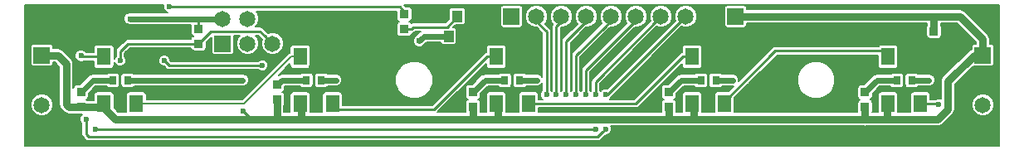
<source format=gtl>
G04 #@! TF.FileFunction,Copper,L1,Top,Signal*
%FSLAX46Y46*%
G04 Gerber Fmt 4.6, Leading zero omitted, Abs format (unit mm)*
G04 Created by KiCad (PCBNEW 4.0.7-e2-6376~58~ubuntu16.04.1) date Fri Sep 22 12:57:38 2017*
%MOMM*%
%LPD*%
G01*
G04 APERTURE LIST*
%ADD10C,0.100000*%
%ADD11R,1.016000X1.143000*%
%ADD12R,0.889000X0.889000*%
%ADD13R,0.762000X0.889000*%
%ADD14R,1.651000X1.651000*%
%ADD15C,1.651000*%
%ADD16R,1.400000X1.800000*%
%ADD17C,0.600000*%
%ADD18C,0.600000*%
%ADD19C,0.800000*%
%ADD20C,0.250000*%
%ADD21C,0.200000*%
%ADD22C,0.150000*%
G04 APERTURE END LIST*
D10*
D11*
X94389000Y-136484000D03*
X92611000Y-136484000D03*
X93500000Y-138516000D03*
D12*
X68000000Y-137738000D03*
X68000000Y-139262000D03*
D13*
X59238000Y-143000000D03*
X60762000Y-143000000D03*
X79000000Y-143000000D03*
X80524000Y-143000000D03*
X99238000Y-143000000D03*
X100762000Y-143000000D03*
X119238000Y-143000000D03*
X120762000Y-143000000D03*
X139238000Y-143000000D03*
X140762000Y-143000000D03*
D14*
X52000000Y-140460000D03*
D15*
X52000000Y-143000000D03*
X52000000Y-145540000D03*
D14*
X148000000Y-140460000D03*
D15*
X148000000Y-143000000D03*
X148000000Y-145540000D03*
D14*
X70460000Y-139270000D03*
D15*
X73000000Y-139270000D03*
X75540000Y-139270000D03*
X75540000Y-136730000D03*
X73000000Y-136730000D03*
X70460000Y-136730000D03*
D12*
X56000000Y-145762000D03*
X56000000Y-144238000D03*
X76000000Y-145000000D03*
X76000000Y-143476000D03*
X96000000Y-145762000D03*
X96000000Y-144238000D03*
X116000000Y-145762000D03*
X116000000Y-144238000D03*
X136000000Y-145762000D03*
X136000000Y-144238000D03*
X89000000Y-136238000D03*
X89000000Y-137762000D03*
D16*
X58350000Y-145400000D03*
X61650000Y-145400000D03*
X61650000Y-140600000D03*
X58350000Y-140600000D03*
X78350000Y-145400000D03*
X81650000Y-145400000D03*
X81650000Y-140600000D03*
X78350000Y-140600000D03*
X98350000Y-145400000D03*
X101650000Y-145400000D03*
X101650000Y-140600000D03*
X98350000Y-140600000D03*
X118350000Y-145400000D03*
X121650000Y-145400000D03*
X121650000Y-140600000D03*
X118350000Y-140600000D03*
X138350000Y-145400000D03*
X141650000Y-145400000D03*
X141650000Y-140600000D03*
X138350000Y-140600000D03*
D14*
X99920000Y-136500000D03*
D15*
X102460000Y-136500000D03*
X105000000Y-136500000D03*
X107540000Y-136500000D03*
X110080000Y-136500000D03*
X112620000Y-136500000D03*
X115160000Y-136500000D03*
X117700000Y-136500000D03*
D14*
X122770000Y-136500000D03*
D15*
X120230000Y-136500000D03*
D12*
X143024000Y-138000000D03*
X141500000Y-138000000D03*
D17*
X72500000Y-143000000D03*
X90500000Y-139000016D03*
X82000000Y-143000000D03*
X102500000Y-143000000D03*
X122500000Y-143000000D03*
X142500000Y-143000000D03*
X54500000Y-145500000D03*
X61000000Y-136730000D03*
X72576927Y-146184625D03*
X55999992Y-140500000D03*
X143499998Y-145500000D03*
X60000000Y-141000000D03*
X65000000Y-135500000D03*
X74500000Y-141500006D03*
X64500000Y-141000000D03*
X103500000Y-144500000D03*
X104500000Y-144500000D03*
X105500000Y-144500000D03*
X106500000Y-144500000D03*
X107500000Y-144500000D03*
X108500000Y-148000000D03*
X57500000Y-147999988D03*
X108500000Y-144500000D03*
X109500000Y-148000000D03*
X109500000Y-144500000D03*
X56500000Y-147000000D03*
D18*
X56000000Y-144238000D02*
X57238000Y-143000000D01*
X57238000Y-143000000D02*
X59238000Y-143000000D01*
X60762000Y-143000000D02*
X72500000Y-143000000D01*
X93500000Y-138516000D02*
X90984016Y-138516000D01*
X90799999Y-138700017D02*
X90500000Y-139000016D01*
X90984016Y-138516000D02*
X90799999Y-138700017D01*
X80524000Y-143000000D02*
X82000000Y-143000000D01*
X100762000Y-143000000D02*
X102500000Y-143000000D01*
X120762000Y-143000000D02*
X122500000Y-143000000D01*
X142500000Y-143000000D02*
X140762000Y-143000000D01*
X76500000Y-143000000D02*
X79000000Y-143000000D01*
X76000000Y-143476000D02*
X76024000Y-143476000D01*
X76024000Y-143476000D02*
X76500000Y-143000000D01*
X96000000Y-144238000D02*
X97238000Y-143000000D01*
X97238000Y-143000000D02*
X99238000Y-143000000D01*
X116000000Y-144238000D02*
X117238000Y-143000000D01*
X117238000Y-143000000D02*
X119238000Y-143000000D01*
X136000000Y-144238000D02*
X137238000Y-143000000D01*
X137238000Y-143000000D02*
X139238000Y-143000000D01*
D19*
X144500000Y-136500000D02*
X143279500Y-136500000D01*
X143279500Y-136500000D02*
X143024000Y-136755500D01*
X143024000Y-136755500D02*
X143024000Y-138000000D01*
X96000000Y-147000000D02*
X98500000Y-147000000D01*
X79000000Y-147000000D02*
X96000000Y-147000000D01*
X96000000Y-147000000D02*
X96000000Y-145762000D01*
X98500000Y-147000000D02*
X98500000Y-145550000D01*
X98500000Y-145550000D02*
X98350000Y-145400000D01*
X116000000Y-147000000D02*
X118500000Y-147000000D01*
X98500000Y-147000000D02*
X116000000Y-147000000D01*
X116000000Y-147000000D02*
X116000000Y-145762000D01*
X118500000Y-147000000D02*
X118500000Y-145550000D01*
X118500000Y-145550000D02*
X118350000Y-145400000D01*
X144500000Y-136500000D02*
X145665500Y-136500000D01*
X122770000Y-136500000D02*
X144500000Y-136500000D01*
X145665500Y-136500000D02*
X148000000Y-138834500D01*
X148000000Y-138834500D02*
X148000000Y-140460000D01*
X148000000Y-140460000D02*
X147133996Y-140460000D01*
X147133996Y-140460000D02*
X144449999Y-143143997D01*
X144449999Y-143143997D02*
X144449999Y-145956005D01*
X144449999Y-145956005D02*
X143406004Y-147000000D01*
X143406004Y-147000000D02*
X138250000Y-147000000D01*
X73500000Y-147000000D02*
X59500000Y-147000000D01*
X59500000Y-147000000D02*
X58350000Y-145850000D01*
X58350000Y-145850000D02*
X58350000Y-145400000D01*
X76000000Y-147000000D02*
X73500000Y-147000000D01*
D20*
X73392302Y-147000000D02*
X73500000Y-147000000D01*
X72576927Y-146184625D02*
X73392302Y-147000000D01*
D19*
X54500000Y-145506500D02*
X54500000Y-145500000D01*
X56000000Y-145762000D02*
X54755500Y-145762000D01*
X54500000Y-141334500D02*
X54500000Y-145075736D01*
X52000000Y-140460000D02*
X53625500Y-140460000D01*
X54500000Y-144797002D02*
X54500000Y-145500000D01*
X54755500Y-145762000D02*
X54500000Y-145506500D01*
X54500000Y-145075736D02*
X54500000Y-145500000D01*
X53625500Y-140460000D02*
X54500000Y-141334500D01*
D18*
X68500000Y-136730000D02*
X61500000Y-136730000D01*
X61500000Y-136730000D02*
X61000000Y-136730000D01*
D19*
X78500000Y-147000000D02*
X76000000Y-147000000D01*
X79000000Y-147000000D02*
X78500000Y-147000000D01*
X78500000Y-147000000D02*
X78500000Y-145550000D01*
X78500000Y-145550000D02*
X78350000Y-145400000D01*
X76000000Y-147000000D02*
X76000000Y-145000000D01*
X118500000Y-147000000D02*
X135993500Y-147000000D01*
X138250000Y-147000000D02*
X138250000Y-145500000D01*
X138250000Y-145500000D02*
X138350000Y-145400000D01*
X135993500Y-147000000D02*
X138250000Y-147000000D01*
X135993500Y-147000000D02*
X136000000Y-147006500D01*
X58350000Y-145400000D02*
X58350000Y-145471027D01*
X56000000Y-145762000D02*
X57988000Y-145762000D01*
X57988000Y-145762000D02*
X58350000Y-145400000D01*
D18*
X68500000Y-136730000D02*
X70460000Y-136730000D01*
D20*
X68000000Y-137738000D02*
X68000000Y-137043500D01*
X68000000Y-137043500D02*
X68313500Y-136730000D01*
X68313500Y-136730000D02*
X68500000Y-136730000D01*
D19*
X136000000Y-145762000D02*
X136000000Y-147006500D01*
D20*
X77950000Y-145000000D02*
X78350000Y-145400000D01*
X117988000Y-145762000D02*
X118350000Y-145400000D01*
X137988000Y-145762000D02*
X138350000Y-145400000D01*
X58350000Y-140600000D02*
X56099992Y-140600000D01*
X56099992Y-140600000D02*
X55999992Y-140500000D01*
X56099996Y-140500000D02*
X55999992Y-140500000D01*
X143399998Y-145400000D02*
X143499998Y-145500000D01*
X141650000Y-145400000D02*
X143399998Y-145400000D01*
X147860000Y-145400000D02*
X148000000Y-145540000D01*
X60000000Y-140075736D02*
X60000000Y-141000000D01*
X68000000Y-139262000D02*
X65500000Y-139262000D01*
X65500000Y-139262000D02*
X65263002Y-139262000D01*
X60000000Y-140075736D02*
X60813736Y-139262000D01*
X60813736Y-139262000D02*
X65500000Y-139262000D01*
X60750737Y-139324999D02*
X60000000Y-140075736D01*
X68000000Y-139262000D02*
X69262000Y-138000000D01*
X69262000Y-138000000D02*
X74270000Y-138000000D01*
X74714501Y-138444501D02*
X75540000Y-139270000D01*
X74270000Y-138000000D02*
X74714501Y-138444501D01*
D21*
X77450000Y-140600000D02*
X72650000Y-145400000D01*
X78350000Y-140600000D02*
X77450000Y-140600000D01*
X72650000Y-145400000D02*
X62550000Y-145400000D01*
X62550000Y-145400000D02*
X61650000Y-145400000D01*
D20*
X61650000Y-145400000D02*
X61650000Y-145200000D01*
X81650000Y-145400000D02*
X82250000Y-146000000D01*
X92000000Y-146000000D02*
X97400000Y-140600000D01*
X82250000Y-146000000D02*
X92000000Y-146000000D01*
X97400000Y-140600000D02*
X97500000Y-140600000D01*
X97500000Y-140600000D02*
X98350000Y-140600000D01*
X118350000Y-140600000D02*
X117400000Y-140600000D01*
X117400000Y-140600000D02*
X112600000Y-145400000D01*
X112600000Y-145400000D02*
X111424999Y-145400000D01*
X101650000Y-145400000D02*
X111424999Y-145400000D01*
X138350000Y-140600000D02*
X137750000Y-140000000D01*
X137750000Y-140000000D02*
X126850000Y-140000000D01*
X126850000Y-140000000D02*
X121650000Y-145200000D01*
X121650000Y-145200000D02*
X121650000Y-145400000D01*
X93367001Y-137569499D02*
X94389000Y-136547500D01*
X94389000Y-136547500D02*
X94389000Y-136484000D01*
X93367001Y-137569499D02*
X89887001Y-137569499D01*
X89887001Y-137569499D02*
X89694500Y-137762000D01*
X89694500Y-137762000D02*
X89000000Y-137762000D01*
X89254000Y-138016000D02*
X89000000Y-137762000D01*
X89000000Y-136238000D02*
X89000000Y-136000000D01*
X89000000Y-136000000D02*
X88529499Y-135529499D01*
X88529499Y-135529499D02*
X65029499Y-135529499D01*
X65029499Y-135529499D02*
X65000000Y-135500000D01*
X74500006Y-141500000D02*
X74500000Y-141500006D01*
X74575732Y-141500000D02*
X74500006Y-141500000D01*
X65000000Y-141500000D02*
X74575732Y-141500000D01*
X64500000Y-141000000D02*
X65000000Y-141500000D01*
X70954608Y-141500000D02*
X74575732Y-141500000D01*
X102460000Y-136500000D02*
X102460000Y-137000000D01*
X102460000Y-137000000D02*
X103500000Y-138040000D01*
X103500000Y-138040000D02*
X103500000Y-144500000D01*
X105000000Y-136500000D02*
X105000000Y-137000000D01*
X105000000Y-137000000D02*
X104500000Y-137500000D01*
X104500000Y-144500000D02*
X104500000Y-137500000D01*
X107540000Y-136500000D02*
X107540000Y-137000000D01*
X107540000Y-137000000D02*
X105500000Y-139040000D01*
X105500000Y-139040000D02*
X105500000Y-144500000D01*
X106500000Y-140500000D02*
X109500000Y-137500000D01*
X109500000Y-137500000D02*
X110000000Y-137000000D01*
X110080000Y-136500000D02*
X110080000Y-136920000D01*
X110080000Y-136920000D02*
X109500000Y-137500000D01*
X106500000Y-144500000D02*
X106500000Y-140500000D01*
X110000000Y-137000000D02*
X110080000Y-137000000D01*
X107500000Y-142000000D02*
X112000000Y-137500000D01*
X112000000Y-137500000D02*
X112500000Y-137000000D01*
X112620000Y-136500000D02*
X112620000Y-136880000D01*
X112620000Y-136880000D02*
X112000000Y-137500000D01*
X107500000Y-144500000D02*
X107500000Y-142000000D01*
X112500000Y-137000000D02*
X112620000Y-137000000D01*
X108500000Y-144500000D02*
X108500000Y-143160000D01*
X108500000Y-143160000D02*
X115160000Y-136500000D01*
X57500000Y-147999988D02*
X108499988Y-147999988D01*
X108499988Y-147999988D02*
X108500000Y-148000000D01*
X115160000Y-137000000D02*
X115000000Y-137000000D01*
X117700000Y-136500000D02*
X109700000Y-144500000D01*
X109700000Y-144500000D02*
X109500000Y-144500000D01*
X109200001Y-148299999D02*
X109500000Y-148000000D01*
X108700001Y-148799999D02*
X109200001Y-148299999D01*
X56799999Y-148799999D02*
X108700001Y-148799999D01*
X56500000Y-148500000D02*
X56799999Y-148799999D01*
X56500000Y-147000000D02*
X56500000Y-148500000D01*
X117500000Y-137000000D02*
X117700000Y-137000000D01*
D22*
G36*
X64375109Y-135375134D02*
X64374892Y-135623775D01*
X64469842Y-135853571D01*
X64645504Y-136029540D01*
X64827231Y-136105000D01*
X61000000Y-136105000D01*
X60876225Y-136104892D01*
X60760824Y-136152575D01*
X60760823Y-136152575D01*
X60760822Y-136152576D01*
X60646429Y-136199842D01*
X60558061Y-136288056D01*
X60558058Y-136288058D01*
X60558056Y-136288060D01*
X60470460Y-136375504D01*
X60375109Y-136605134D01*
X60374892Y-136853775D01*
X60469842Y-137083571D01*
X60558056Y-137171939D01*
X60558058Y-137171942D01*
X60558060Y-137171944D01*
X60645504Y-137259540D01*
X60760822Y-137307424D01*
X60760823Y-137307425D01*
X60760824Y-137307425D01*
X60875134Y-137354891D01*
X61000000Y-137355000D01*
X61000027Y-137355000D01*
X61123775Y-137355108D01*
X61124036Y-137355000D01*
X67224133Y-137355000D01*
X67224133Y-138182500D01*
X67246795Y-138302938D01*
X67317974Y-138413553D01*
X67426580Y-138487760D01*
X67484509Y-138499491D01*
X67435062Y-138508795D01*
X67324447Y-138579974D01*
X67250240Y-138688580D01*
X67225247Y-138812000D01*
X60813736Y-138812000D01*
X60641528Y-138846254D01*
X60495538Y-138943802D01*
X59681802Y-139757538D01*
X59584254Y-139903528D01*
X59550000Y-140075736D01*
X59550000Y-140566103D01*
X59470460Y-140645504D01*
X59381367Y-140860063D01*
X59381367Y-139700000D01*
X59358705Y-139579562D01*
X59287526Y-139468947D01*
X59178920Y-139394740D01*
X59050000Y-139368633D01*
X57650000Y-139368633D01*
X57529562Y-139391295D01*
X57418947Y-139462474D01*
X57344740Y-139571080D01*
X57318633Y-139700000D01*
X57318633Y-140150000D01*
X56531626Y-140150000D01*
X56530150Y-140146429D01*
X56354488Y-139970460D01*
X56124858Y-139875109D01*
X55876217Y-139874892D01*
X55646421Y-139969842D01*
X55470452Y-140145504D01*
X55375101Y-140375134D01*
X55374884Y-140623775D01*
X55469834Y-140853571D01*
X55645496Y-141029540D01*
X55875126Y-141124891D01*
X56123767Y-141125108D01*
X56305542Y-141050000D01*
X57318633Y-141050000D01*
X57318633Y-141500000D01*
X57341295Y-141620438D01*
X57412474Y-141731053D01*
X57521080Y-141805260D01*
X57650000Y-141831367D01*
X59050000Y-141831367D01*
X59170438Y-141808705D01*
X59281053Y-141737526D01*
X59355260Y-141628920D01*
X59381367Y-141500000D01*
X59381367Y-141139446D01*
X59469842Y-141353571D01*
X59645504Y-141529540D01*
X59875134Y-141624891D01*
X60123775Y-141625108D01*
X60353571Y-141530158D01*
X60529540Y-141354496D01*
X60624891Y-141124866D01*
X60624891Y-141123775D01*
X63874892Y-141123775D01*
X63969842Y-141353571D01*
X64145504Y-141529540D01*
X64375134Y-141624891D01*
X64488594Y-141624990D01*
X64681802Y-141818198D01*
X64827792Y-141915746D01*
X65000000Y-141950000D01*
X74066097Y-141950000D01*
X74145504Y-142029546D01*
X74375134Y-142124897D01*
X74623775Y-142125114D01*
X74853571Y-142030164D01*
X75029540Y-141854502D01*
X75124891Y-141624872D01*
X75125108Y-141376231D01*
X75030158Y-141146435D01*
X74854496Y-140970466D01*
X74624866Y-140875115D01*
X74376225Y-140874898D01*
X74146429Y-140969848D01*
X74066137Y-141050000D01*
X65186396Y-141050000D01*
X65125010Y-140988614D01*
X65125108Y-140876225D01*
X65030158Y-140646429D01*
X64854496Y-140470460D01*
X64624866Y-140375109D01*
X64376225Y-140374892D01*
X64146429Y-140469842D01*
X63970460Y-140645504D01*
X63875109Y-140875134D01*
X63874892Y-141123775D01*
X60624891Y-141123775D01*
X60625108Y-140876225D01*
X60530158Y-140646429D01*
X60450000Y-140566131D01*
X60450000Y-140262132D01*
X61000132Y-139712000D01*
X67225168Y-139712000D01*
X67246795Y-139826938D01*
X67317974Y-139937553D01*
X67426580Y-140011760D01*
X67555500Y-140037867D01*
X68444500Y-140037867D01*
X68564938Y-140015205D01*
X68675553Y-139944026D01*
X68749760Y-139835420D01*
X68775867Y-139706500D01*
X68775867Y-139122529D01*
X69303133Y-138595263D01*
X69303133Y-140095500D01*
X69325795Y-140215938D01*
X69396974Y-140326553D01*
X69505580Y-140400760D01*
X69634500Y-140426867D01*
X71285500Y-140426867D01*
X71405938Y-140404205D01*
X71516553Y-140333026D01*
X71590760Y-140224420D01*
X71616867Y-140095500D01*
X71616867Y-138450000D01*
X72192958Y-138450000D01*
X72025222Y-138617443D01*
X71849700Y-139040147D01*
X71849300Y-139497845D01*
X72024085Y-139920855D01*
X72347443Y-140244778D01*
X72770147Y-140420300D01*
X73227845Y-140420700D01*
X73650855Y-140245915D01*
X73974778Y-139922557D01*
X74150300Y-139499853D01*
X74150700Y-139042155D01*
X73975915Y-138619145D01*
X73807065Y-138450000D01*
X74083604Y-138450000D01*
X74473042Y-138839438D01*
X74389700Y-139040147D01*
X74389300Y-139497845D01*
X74564085Y-139920855D01*
X74887443Y-140244778D01*
X75310147Y-140420300D01*
X75767845Y-140420700D01*
X76190855Y-140245915D01*
X76514778Y-139922557D01*
X76690300Y-139499853D01*
X76690700Y-139042155D01*
X76515915Y-138619145D01*
X76192557Y-138295222D01*
X75769853Y-138119700D01*
X75312155Y-138119300D01*
X75109452Y-138203056D01*
X74588198Y-137681802D01*
X74541052Y-137650300D01*
X74442208Y-137584254D01*
X74270000Y-137550000D01*
X73807042Y-137550000D01*
X73974778Y-137382557D01*
X74150300Y-136959853D01*
X74150700Y-136502155D01*
X73975915Y-136079145D01*
X73876443Y-135979499D01*
X88224133Y-135979499D01*
X88224133Y-136682500D01*
X88246795Y-136802938D01*
X88317974Y-136913553D01*
X88426580Y-136987760D01*
X88484509Y-136999491D01*
X88435062Y-137008795D01*
X88324447Y-137079974D01*
X88250240Y-137188580D01*
X88224133Y-137317500D01*
X88224133Y-138206500D01*
X88246795Y-138326938D01*
X88317974Y-138437553D01*
X88426580Y-138511760D01*
X88555500Y-138537867D01*
X89444500Y-138537867D01*
X89564938Y-138515205D01*
X89675553Y-138444026D01*
X89749760Y-138335420D01*
X89775867Y-138206500D01*
X89775867Y-138195815D01*
X89866708Y-138177746D01*
X90012698Y-138080198D01*
X90073397Y-138019499D01*
X90623727Y-138019499D01*
X90542074Y-138074058D01*
X90542072Y-138074061D01*
X90358057Y-138258075D01*
X90358055Y-138258078D01*
X90058058Y-138558074D01*
X90058056Y-138558076D01*
X89970460Y-138645520D01*
X89875109Y-138875150D01*
X89874892Y-139123791D01*
X89969842Y-139353587D01*
X90058056Y-139441955D01*
X90058058Y-139441958D01*
X90058060Y-139441960D01*
X90145504Y-139529556D01*
X90260822Y-139577440D01*
X90260823Y-139577441D01*
X90260824Y-139577441D01*
X90375134Y-139624907D01*
X90500000Y-139625016D01*
X90623775Y-139625124D01*
X90739176Y-139577441D01*
X90739177Y-139577441D01*
X90739178Y-139577440D01*
X90853571Y-139530174D01*
X90941939Y-139441960D01*
X90941942Y-139441958D01*
X90942414Y-139441486D01*
X91029540Y-139354512D01*
X91029648Y-139354252D01*
X91241938Y-139141961D01*
X91241941Y-139141959D01*
X91242900Y-139141000D01*
X92670700Y-139141000D01*
X92683295Y-139207938D01*
X92754474Y-139318553D01*
X92863080Y-139392760D01*
X92992000Y-139418867D01*
X94008000Y-139418867D01*
X94128438Y-139396205D01*
X94239053Y-139325026D01*
X94313260Y-139216420D01*
X94339367Y-139087500D01*
X94339367Y-137944500D01*
X94316705Y-137824062D01*
X94245526Y-137713447D01*
X94136920Y-137639240D01*
X94008000Y-137613133D01*
X93959763Y-137613133D01*
X94186029Y-137386867D01*
X94897000Y-137386867D01*
X95017438Y-137364205D01*
X95128053Y-137293026D01*
X95202260Y-137184420D01*
X95228367Y-137055500D01*
X95228367Y-135912500D01*
X95205705Y-135792062D01*
X95134526Y-135681447D01*
X95124359Y-135674500D01*
X98763133Y-135674500D01*
X98763133Y-137325500D01*
X98785795Y-137445938D01*
X98856974Y-137556553D01*
X98965580Y-137630760D01*
X99094500Y-137656867D01*
X100745500Y-137656867D01*
X100865938Y-137634205D01*
X100976553Y-137563026D01*
X101050760Y-137454420D01*
X101076867Y-137325500D01*
X101076867Y-135674500D01*
X101054205Y-135554062D01*
X100983026Y-135443447D01*
X100874420Y-135369240D01*
X100745500Y-135343133D01*
X99094500Y-135343133D01*
X98974062Y-135365795D01*
X98863447Y-135436974D01*
X98789240Y-135545580D01*
X98763133Y-135674500D01*
X95124359Y-135674500D01*
X95025920Y-135607240D01*
X94897000Y-135581133D01*
X93881000Y-135581133D01*
X93760562Y-135603795D01*
X93649947Y-135674974D01*
X93575740Y-135783580D01*
X93549633Y-135912500D01*
X93549633Y-136750471D01*
X93180605Y-137119499D01*
X89887001Y-137119499D01*
X89724140Y-137151893D01*
X89682026Y-137086447D01*
X89573420Y-137012240D01*
X89515491Y-137000509D01*
X89564938Y-136991205D01*
X89675553Y-136920026D01*
X89749760Y-136811420D01*
X89775867Y-136682500D01*
X89775867Y-135793500D01*
X89753205Y-135673062D01*
X89682026Y-135562447D01*
X89573420Y-135488240D01*
X89444500Y-135462133D01*
X89098529Y-135462133D01*
X88936396Y-135300000D01*
X149700000Y-135300000D01*
X149700000Y-149700000D01*
X50300000Y-149700000D01*
X50300000Y-145767845D01*
X50849300Y-145767845D01*
X51024085Y-146190855D01*
X51347443Y-146514778D01*
X51770147Y-146690300D01*
X52227845Y-146690700D01*
X52650855Y-146515915D01*
X52974778Y-146192557D01*
X53150300Y-145769853D01*
X53150700Y-145312155D01*
X52975915Y-144889145D01*
X52652557Y-144565222D01*
X52229853Y-144389700D01*
X51772155Y-144389300D01*
X51349145Y-144564085D01*
X51025222Y-144887443D01*
X50849700Y-145310147D01*
X50849300Y-145767845D01*
X50300000Y-145767845D01*
X50300000Y-139634500D01*
X50843133Y-139634500D01*
X50843133Y-141285500D01*
X50865795Y-141405938D01*
X50936974Y-141516553D01*
X51045580Y-141590760D01*
X51174500Y-141616867D01*
X52825500Y-141616867D01*
X52945938Y-141594205D01*
X53056553Y-141523026D01*
X53130760Y-141414420D01*
X53156867Y-141285500D01*
X53156867Y-141185000D01*
X53325196Y-141185000D01*
X53775000Y-141634805D01*
X53775000Y-145506500D01*
X53817109Y-145718198D01*
X53830187Y-145783946D01*
X53987348Y-146019152D01*
X54242848Y-146274653D01*
X54478054Y-146431813D01*
X54755500Y-146487000D01*
X55390342Y-146487000D01*
X55426580Y-146511760D01*
X55555500Y-146537867D01*
X56078285Y-146537867D01*
X55970460Y-146645504D01*
X55875109Y-146875134D01*
X55874892Y-147123775D01*
X55969842Y-147353571D01*
X56050000Y-147433869D01*
X56050000Y-148500000D01*
X56084254Y-148672208D01*
X56113345Y-148715745D01*
X56181802Y-148818198D01*
X56481801Y-149118197D01*
X56627792Y-149215746D01*
X56799999Y-149249999D01*
X108700001Y-149249999D01*
X108872209Y-149215745D01*
X109018199Y-149118197D01*
X109511386Y-148625010D01*
X109623775Y-148625108D01*
X109853571Y-148530158D01*
X110029540Y-148354496D01*
X110124891Y-148124866D01*
X110125108Y-147876225D01*
X110062623Y-147725000D01*
X135967322Y-147725000D01*
X136000000Y-147731500D01*
X136032678Y-147725000D01*
X143406004Y-147725000D01*
X143650776Y-147676312D01*
X143683450Y-147669813D01*
X143918656Y-147512652D01*
X144962651Y-146468657D01*
X145119812Y-146233451D01*
X145140897Y-146127446D01*
X145174999Y-145956005D01*
X145174999Y-145767845D01*
X146849300Y-145767845D01*
X147024085Y-146190855D01*
X147347443Y-146514778D01*
X147770147Y-146690300D01*
X148227845Y-146690700D01*
X148650855Y-146515915D01*
X148974778Y-146192557D01*
X149150300Y-145769853D01*
X149150700Y-145312155D01*
X148975915Y-144889145D01*
X148652557Y-144565222D01*
X148229853Y-144389700D01*
X147772155Y-144389300D01*
X147349145Y-144564085D01*
X147025222Y-144887443D01*
X146849700Y-145310147D01*
X146849300Y-145767845D01*
X145174999Y-145767845D01*
X145174999Y-143444301D01*
X147035457Y-141583843D01*
X147045580Y-141590760D01*
X147174500Y-141616867D01*
X148825500Y-141616867D01*
X148945938Y-141594205D01*
X149056553Y-141523026D01*
X149130760Y-141414420D01*
X149156867Y-141285500D01*
X149156867Y-139634500D01*
X149134205Y-139514062D01*
X149063026Y-139403447D01*
X148954420Y-139329240D01*
X148825500Y-139303133D01*
X148725000Y-139303133D01*
X148725000Y-138834500D01*
X148721619Y-138817500D01*
X148669813Y-138557054D01*
X148512653Y-138321848D01*
X146178152Y-135987348D01*
X145942946Y-135830187D01*
X145882672Y-135818198D01*
X145665500Y-135775000D01*
X123926867Y-135775000D01*
X123926867Y-135674500D01*
X123904205Y-135554062D01*
X123833026Y-135443447D01*
X123724420Y-135369240D01*
X123595500Y-135343133D01*
X121944500Y-135343133D01*
X121824062Y-135365795D01*
X121713447Y-135436974D01*
X121639240Y-135545580D01*
X121613133Y-135674500D01*
X121613133Y-137325500D01*
X121635795Y-137445938D01*
X121706974Y-137556553D01*
X121815580Y-137630760D01*
X121944500Y-137656867D01*
X123595500Y-137656867D01*
X123715938Y-137634205D01*
X123826553Y-137563026D01*
X123900760Y-137454420D01*
X123926867Y-137325500D01*
X123926867Y-137225000D01*
X142299000Y-137225000D01*
X142299000Y-137390342D01*
X142274240Y-137426580D01*
X142248133Y-137555500D01*
X142248133Y-138444500D01*
X142270795Y-138564938D01*
X142341974Y-138675553D01*
X142450580Y-138749760D01*
X142579500Y-138775867D01*
X143468500Y-138775867D01*
X143588938Y-138753205D01*
X143699553Y-138682026D01*
X143773760Y-138573420D01*
X143799867Y-138444500D01*
X143799867Y-137555500D01*
X143777205Y-137435062D01*
X143749000Y-137391230D01*
X143749000Y-137225000D01*
X145365196Y-137225000D01*
X147275000Y-139134805D01*
X147275000Y-139303133D01*
X147174500Y-139303133D01*
X147054062Y-139325795D01*
X146943447Y-139396974D01*
X146869240Y-139505580D01*
X146843133Y-139634500D01*
X146843133Y-139799152D01*
X146621344Y-139947348D01*
X143937347Y-142631345D01*
X143780186Y-142866551D01*
X143780186Y-142866552D01*
X143724999Y-143143997D01*
X143724999Y-144916689D01*
X143624864Y-144875109D01*
X143376223Y-144874892D01*
X143194448Y-144950000D01*
X142681367Y-144950000D01*
X142681367Y-144500000D01*
X142658705Y-144379562D01*
X142587526Y-144268947D01*
X142478920Y-144194740D01*
X142350000Y-144168633D01*
X140950000Y-144168633D01*
X140829562Y-144191295D01*
X140718947Y-144262474D01*
X140644740Y-144371080D01*
X140618633Y-144500000D01*
X140618633Y-146275000D01*
X139381367Y-146275000D01*
X139381367Y-144500000D01*
X139358705Y-144379562D01*
X139287526Y-144268947D01*
X139178920Y-144194740D01*
X139050000Y-144168633D01*
X137650000Y-144168633D01*
X137529562Y-144191295D01*
X137418947Y-144262474D01*
X137344740Y-144371080D01*
X137318633Y-144500000D01*
X137318633Y-146275000D01*
X136761995Y-146275000D01*
X136775867Y-146206500D01*
X136775867Y-145317500D01*
X136753205Y-145197062D01*
X136682026Y-145086447D01*
X136573420Y-145012240D01*
X136515491Y-145000509D01*
X136564938Y-144991205D01*
X136675553Y-144920026D01*
X136749760Y-144811420D01*
X136775867Y-144682500D01*
X136775867Y-144346017D01*
X137496883Y-143625000D01*
X138586944Y-143625000D01*
X138619474Y-143675553D01*
X138728080Y-143749760D01*
X138857000Y-143775867D01*
X139619000Y-143775867D01*
X139739438Y-143753205D01*
X139850053Y-143682026D01*
X139924260Y-143573420D01*
X139950367Y-143444500D01*
X139950367Y-142555500D01*
X140049633Y-142555500D01*
X140049633Y-143444500D01*
X140072295Y-143564938D01*
X140143474Y-143675553D01*
X140252080Y-143749760D01*
X140381000Y-143775867D01*
X141143000Y-143775867D01*
X141263438Y-143753205D01*
X141374053Y-143682026D01*
X141413017Y-143625000D01*
X142500000Y-143625000D01*
X142623775Y-143625108D01*
X142739176Y-143577425D01*
X142739177Y-143577425D01*
X142739178Y-143577424D01*
X142853571Y-143530158D01*
X142941939Y-143441944D01*
X142941942Y-143441942D01*
X142941944Y-143441940D01*
X143029540Y-143354496D01*
X143124891Y-143124866D01*
X143125108Y-142876225D01*
X143030158Y-142646429D01*
X142941944Y-142558061D01*
X142941942Y-142558058D01*
X142941940Y-142558056D01*
X142854496Y-142470460D01*
X142739178Y-142422576D01*
X142739177Y-142422575D01*
X142739176Y-142422575D01*
X142624866Y-142375109D01*
X142500000Y-142375000D01*
X142499973Y-142375000D01*
X142376225Y-142374892D01*
X142375964Y-142375000D01*
X141413056Y-142375000D01*
X141380526Y-142324447D01*
X141271920Y-142250240D01*
X141143000Y-142224133D01*
X140381000Y-142224133D01*
X140260562Y-142246795D01*
X140149947Y-142317974D01*
X140075740Y-142426580D01*
X140049633Y-142555500D01*
X139950367Y-142555500D01*
X139927705Y-142435062D01*
X139856526Y-142324447D01*
X139747920Y-142250240D01*
X139619000Y-142224133D01*
X138857000Y-142224133D01*
X138736562Y-142246795D01*
X138625947Y-142317974D01*
X138586983Y-142375000D01*
X137238000Y-142375000D01*
X136998822Y-142422575D01*
X136917606Y-142476842D01*
X136796058Y-142558058D01*
X136796056Y-142558061D01*
X135891983Y-143462133D01*
X135555500Y-143462133D01*
X135435062Y-143484795D01*
X135324447Y-143555974D01*
X135250240Y-143664580D01*
X135224133Y-143793500D01*
X135224133Y-144682500D01*
X135246795Y-144802938D01*
X135317974Y-144913553D01*
X135426580Y-144987760D01*
X135484509Y-144999491D01*
X135435062Y-145008795D01*
X135324447Y-145079974D01*
X135250240Y-145188580D01*
X135224133Y-145317500D01*
X135224133Y-146206500D01*
X135237022Y-146275000D01*
X122681367Y-146275000D01*
X122681367Y-144805029D01*
X124105170Y-143381226D01*
X129074667Y-143381226D01*
X129367113Y-144089000D01*
X129908151Y-144630984D01*
X130615414Y-144924665D01*
X131381226Y-144925333D01*
X132089000Y-144632887D01*
X132630984Y-144091849D01*
X132924665Y-143384586D01*
X132925333Y-142618774D01*
X132632887Y-141911000D01*
X132091849Y-141369016D01*
X131384586Y-141075335D01*
X130618774Y-141074667D01*
X129911000Y-141367113D01*
X129369016Y-141908151D01*
X129075335Y-142615414D01*
X129074667Y-143381226D01*
X124105170Y-143381226D01*
X127036396Y-140450000D01*
X137318633Y-140450000D01*
X137318633Y-141500000D01*
X137341295Y-141620438D01*
X137412474Y-141731053D01*
X137521080Y-141805260D01*
X137650000Y-141831367D01*
X139050000Y-141831367D01*
X139170438Y-141808705D01*
X139281053Y-141737526D01*
X139355260Y-141628920D01*
X139381367Y-141500000D01*
X139381367Y-139700000D01*
X139358705Y-139579562D01*
X139287526Y-139468947D01*
X139178920Y-139394740D01*
X139050000Y-139368633D01*
X137650000Y-139368633D01*
X137529562Y-139391295D01*
X137418947Y-139462474D01*
X137359143Y-139550000D01*
X126850000Y-139550000D01*
X126677793Y-139584253D01*
X126531802Y-139681802D01*
X123124923Y-143088681D01*
X123125108Y-142876225D01*
X123030158Y-142646429D01*
X122941944Y-142558061D01*
X122941942Y-142558058D01*
X122941940Y-142558056D01*
X122854496Y-142470460D01*
X122739178Y-142422576D01*
X122739177Y-142422575D01*
X122739176Y-142422575D01*
X122624866Y-142375109D01*
X122500000Y-142375000D01*
X122499973Y-142375000D01*
X122376225Y-142374892D01*
X122375964Y-142375000D01*
X121413056Y-142375000D01*
X121380526Y-142324447D01*
X121271920Y-142250240D01*
X121143000Y-142224133D01*
X120381000Y-142224133D01*
X120260562Y-142246795D01*
X120149947Y-142317974D01*
X120075740Y-142426580D01*
X120049633Y-142555500D01*
X120049633Y-143444500D01*
X120072295Y-143564938D01*
X120143474Y-143675553D01*
X120252080Y-143749760D01*
X120381000Y-143775867D01*
X121143000Y-143775867D01*
X121263438Y-143753205D01*
X121374053Y-143682026D01*
X121413017Y-143625000D01*
X122500000Y-143625000D01*
X122588527Y-143625077D01*
X122044971Y-144168633D01*
X120950000Y-144168633D01*
X120829562Y-144191295D01*
X120718947Y-144262474D01*
X120644740Y-144371080D01*
X120618633Y-144500000D01*
X120618633Y-146275000D01*
X119381367Y-146275000D01*
X119381367Y-144500000D01*
X119358705Y-144379562D01*
X119287526Y-144268947D01*
X119178920Y-144194740D01*
X119050000Y-144168633D01*
X117650000Y-144168633D01*
X117529562Y-144191295D01*
X117418947Y-144262474D01*
X117344740Y-144371080D01*
X117318633Y-144500000D01*
X117318633Y-146275000D01*
X116761995Y-146275000D01*
X116775867Y-146206500D01*
X116775867Y-145317500D01*
X116753205Y-145197062D01*
X116682026Y-145086447D01*
X116573420Y-145012240D01*
X116515491Y-145000509D01*
X116564938Y-144991205D01*
X116675553Y-144920026D01*
X116749760Y-144811420D01*
X116775867Y-144682500D01*
X116775867Y-144346017D01*
X117496883Y-143625000D01*
X118586944Y-143625000D01*
X118619474Y-143675553D01*
X118728080Y-143749760D01*
X118857000Y-143775867D01*
X119619000Y-143775867D01*
X119739438Y-143753205D01*
X119850053Y-143682026D01*
X119924260Y-143573420D01*
X119950367Y-143444500D01*
X119950367Y-142555500D01*
X119927705Y-142435062D01*
X119856526Y-142324447D01*
X119747920Y-142250240D01*
X119619000Y-142224133D01*
X118857000Y-142224133D01*
X118736562Y-142246795D01*
X118625947Y-142317974D01*
X118586983Y-142375000D01*
X117238000Y-142375000D01*
X116998822Y-142422575D01*
X116917606Y-142476842D01*
X116796058Y-142558058D01*
X116796056Y-142558061D01*
X115891983Y-143462133D01*
X115555500Y-143462133D01*
X115435062Y-143484795D01*
X115324447Y-143555974D01*
X115250240Y-143664580D01*
X115224133Y-143793500D01*
X115224133Y-144682500D01*
X115246795Y-144802938D01*
X115317974Y-144913553D01*
X115426580Y-144987760D01*
X115484509Y-144999491D01*
X115435062Y-145008795D01*
X115324447Y-145079974D01*
X115250240Y-145188580D01*
X115224133Y-145317500D01*
X115224133Y-146206500D01*
X115237022Y-146275000D01*
X102681367Y-146275000D01*
X102681367Y-145850000D01*
X112600000Y-145850000D01*
X112772208Y-145815746D01*
X112918198Y-145718198D01*
X117318633Y-141317763D01*
X117318633Y-141500000D01*
X117341295Y-141620438D01*
X117412474Y-141731053D01*
X117521080Y-141805260D01*
X117650000Y-141831367D01*
X119050000Y-141831367D01*
X119170438Y-141808705D01*
X119281053Y-141737526D01*
X119355260Y-141628920D01*
X119381367Y-141500000D01*
X119381367Y-139700000D01*
X119358705Y-139579562D01*
X119287526Y-139468947D01*
X119178920Y-139394740D01*
X119050000Y-139368633D01*
X117650000Y-139368633D01*
X117529562Y-139391295D01*
X117418947Y-139462474D01*
X117344740Y-139571080D01*
X117318633Y-139700000D01*
X117318633Y-140166185D01*
X117227792Y-140184254D01*
X117081802Y-140281802D01*
X112413604Y-144950000D01*
X109933869Y-144950000D01*
X110029540Y-144854496D01*
X110063369Y-144773027D01*
X117269438Y-137566958D01*
X117470147Y-137650300D01*
X117927845Y-137650700D01*
X118350855Y-137475915D01*
X118674778Y-137152557D01*
X118850300Y-136729853D01*
X118850700Y-136272155D01*
X118675915Y-135849145D01*
X118352557Y-135525222D01*
X117929853Y-135349700D01*
X117472155Y-135349300D01*
X117049145Y-135524085D01*
X116725222Y-135847443D01*
X116549700Y-136270147D01*
X116549300Y-136727845D01*
X116633056Y-136930548D01*
X109669826Y-143893778D01*
X109624866Y-143875109D01*
X109376225Y-143874892D01*
X109146429Y-143969842D01*
X108999899Y-144116117D01*
X108950000Y-144066131D01*
X108950000Y-143346396D01*
X114729438Y-137566958D01*
X114930147Y-137650300D01*
X115387845Y-137650700D01*
X115810855Y-137475915D01*
X116134778Y-137152557D01*
X116310300Y-136729853D01*
X116310700Y-136272155D01*
X116135915Y-135849145D01*
X115812557Y-135525222D01*
X115389853Y-135349700D01*
X114932155Y-135349300D01*
X114509145Y-135524085D01*
X114185222Y-135847443D01*
X114009700Y-136270147D01*
X114009300Y-136727845D01*
X114093056Y-136930548D01*
X108181802Y-142841802D01*
X108084254Y-142987792D01*
X108050000Y-143160000D01*
X108050000Y-144066103D01*
X107999899Y-144116117D01*
X107950000Y-144066131D01*
X107950000Y-142186396D01*
X112486012Y-137650384D01*
X112847845Y-137650700D01*
X113270855Y-137475915D01*
X113594778Y-137152557D01*
X113770300Y-136729853D01*
X113770700Y-136272155D01*
X113595915Y-135849145D01*
X113272557Y-135525222D01*
X112849853Y-135349700D01*
X112392155Y-135349300D01*
X111969145Y-135524085D01*
X111645222Y-135847443D01*
X111469700Y-136270147D01*
X111469300Y-136727845D01*
X111644085Y-137150855D01*
X111678387Y-137185217D01*
X107181802Y-141681802D01*
X107084254Y-141827792D01*
X107050000Y-142000000D01*
X107050000Y-144066103D01*
X106999899Y-144116117D01*
X106950000Y-144066131D01*
X106950000Y-140686396D01*
X109985977Y-137650419D01*
X110307845Y-137650700D01*
X110730855Y-137475915D01*
X111054778Y-137152557D01*
X111230300Y-136729853D01*
X111230700Y-136272155D01*
X111055915Y-135849145D01*
X110732557Y-135525222D01*
X110309853Y-135349700D01*
X109852155Y-135349300D01*
X109429145Y-135524085D01*
X109105222Y-135847443D01*
X108929700Y-136270147D01*
X108929300Y-136727845D01*
X109104085Y-137150855D01*
X109158370Y-137205234D01*
X106181802Y-140181802D01*
X106084254Y-140327792D01*
X106050000Y-140500000D01*
X106050000Y-144066103D01*
X105999899Y-144116117D01*
X105950000Y-144066131D01*
X105950000Y-139226396D01*
X107525907Y-137650489D01*
X107767845Y-137650700D01*
X108190855Y-137475915D01*
X108514778Y-137152557D01*
X108690300Y-136729853D01*
X108690700Y-136272155D01*
X108515915Y-135849145D01*
X108192557Y-135525222D01*
X107769853Y-135349700D01*
X107312155Y-135349300D01*
X106889145Y-135524085D01*
X106565222Y-135847443D01*
X106389700Y-136270147D01*
X106389300Y-136727845D01*
X106564085Y-137150855D01*
X106658335Y-137245269D01*
X105181802Y-138721802D01*
X105084254Y-138867792D01*
X105050000Y-139040000D01*
X105050000Y-144066103D01*
X104999899Y-144116117D01*
X104950000Y-144066131D01*
X104950000Y-137686396D01*
X104985907Y-137650489D01*
X105227845Y-137650700D01*
X105650855Y-137475915D01*
X105974778Y-137152557D01*
X106150300Y-136729853D01*
X106150700Y-136272155D01*
X105975915Y-135849145D01*
X105652557Y-135525222D01*
X105229853Y-135349700D01*
X104772155Y-135349300D01*
X104349145Y-135524085D01*
X104025222Y-135847443D01*
X103849700Y-136270147D01*
X103849300Y-136727845D01*
X104024085Y-137150855D01*
X104130950Y-137257907D01*
X104084254Y-137327792D01*
X104050000Y-137500000D01*
X104050000Y-144066103D01*
X103999899Y-144116117D01*
X103950000Y-144066131D01*
X103950000Y-138040000D01*
X103915746Y-137867792D01*
X103818198Y-137721802D01*
X103341784Y-137245388D01*
X103434778Y-137152557D01*
X103610300Y-136729853D01*
X103610700Y-136272155D01*
X103435915Y-135849145D01*
X103112557Y-135525222D01*
X102689853Y-135349700D01*
X102232155Y-135349300D01*
X101809145Y-135524085D01*
X101485222Y-135847443D01*
X101309700Y-136270147D01*
X101309300Y-136727845D01*
X101484085Y-137150855D01*
X101807443Y-137474778D01*
X102230147Y-137650300D01*
X102474117Y-137650513D01*
X103050000Y-138226396D01*
X103050000Y-142694450D01*
X103030158Y-142646429D01*
X102941944Y-142558061D01*
X102941942Y-142558058D01*
X102941940Y-142558056D01*
X102854496Y-142470460D01*
X102739178Y-142422576D01*
X102739177Y-142422575D01*
X102739176Y-142422575D01*
X102624866Y-142375109D01*
X102500000Y-142375000D01*
X102499973Y-142375000D01*
X102376225Y-142374892D01*
X102375964Y-142375000D01*
X101413056Y-142375000D01*
X101380526Y-142324447D01*
X101271920Y-142250240D01*
X101143000Y-142224133D01*
X100381000Y-142224133D01*
X100260562Y-142246795D01*
X100149947Y-142317974D01*
X100075740Y-142426580D01*
X100049633Y-142555500D01*
X100049633Y-143444500D01*
X100072295Y-143564938D01*
X100143474Y-143675553D01*
X100252080Y-143749760D01*
X100381000Y-143775867D01*
X101143000Y-143775867D01*
X101263438Y-143753205D01*
X101374053Y-143682026D01*
X101413017Y-143625000D01*
X102500000Y-143625000D01*
X102623775Y-143625108D01*
X102739176Y-143577425D01*
X102739177Y-143577425D01*
X102739178Y-143577424D01*
X102853571Y-143530158D01*
X102941939Y-143441944D01*
X102941942Y-143441942D01*
X102941944Y-143441940D01*
X103029540Y-143354496D01*
X103050000Y-143305223D01*
X103050000Y-144066103D01*
X102970460Y-144145504D01*
X102875109Y-144375134D01*
X102874892Y-144623775D01*
X102969842Y-144853571D01*
X103066103Y-144950000D01*
X102681367Y-144950000D01*
X102681367Y-144500000D01*
X102658705Y-144379562D01*
X102587526Y-144268947D01*
X102478920Y-144194740D01*
X102350000Y-144168633D01*
X100950000Y-144168633D01*
X100829562Y-144191295D01*
X100718947Y-144262474D01*
X100644740Y-144371080D01*
X100618633Y-144500000D01*
X100618633Y-146275000D01*
X99381367Y-146275000D01*
X99381367Y-144500000D01*
X99358705Y-144379562D01*
X99287526Y-144268947D01*
X99178920Y-144194740D01*
X99050000Y-144168633D01*
X97650000Y-144168633D01*
X97529562Y-144191295D01*
X97418947Y-144262474D01*
X97344740Y-144371080D01*
X97318633Y-144500000D01*
X97318633Y-146275000D01*
X96761995Y-146275000D01*
X96775867Y-146206500D01*
X96775867Y-145317500D01*
X96753205Y-145197062D01*
X96682026Y-145086447D01*
X96573420Y-145012240D01*
X96515491Y-145000509D01*
X96564938Y-144991205D01*
X96675553Y-144920026D01*
X96749760Y-144811420D01*
X96775867Y-144682500D01*
X96775867Y-144346017D01*
X97496883Y-143625000D01*
X98586944Y-143625000D01*
X98619474Y-143675553D01*
X98728080Y-143749760D01*
X98857000Y-143775867D01*
X99619000Y-143775867D01*
X99739438Y-143753205D01*
X99850053Y-143682026D01*
X99924260Y-143573420D01*
X99950367Y-143444500D01*
X99950367Y-142555500D01*
X99927705Y-142435062D01*
X99856526Y-142324447D01*
X99747920Y-142250240D01*
X99619000Y-142224133D01*
X98857000Y-142224133D01*
X98736562Y-142246795D01*
X98625947Y-142317974D01*
X98586983Y-142375000D01*
X97238000Y-142375000D01*
X96998822Y-142422575D01*
X96917606Y-142476842D01*
X96796058Y-142558058D01*
X96796056Y-142558061D01*
X95891983Y-143462133D01*
X95555500Y-143462133D01*
X95435062Y-143484795D01*
X95324447Y-143555974D01*
X95250240Y-143664580D01*
X95224133Y-143793500D01*
X95224133Y-144682500D01*
X95246795Y-144802938D01*
X95317974Y-144913553D01*
X95426580Y-144987760D01*
X95484509Y-144999491D01*
X95435062Y-145008795D01*
X95324447Y-145079974D01*
X95250240Y-145188580D01*
X95224133Y-145317500D01*
X95224133Y-146206500D01*
X95237022Y-146275000D01*
X92361396Y-146275000D01*
X97318633Y-141317763D01*
X97318633Y-141500000D01*
X97341295Y-141620438D01*
X97412474Y-141731053D01*
X97521080Y-141805260D01*
X97650000Y-141831367D01*
X99050000Y-141831367D01*
X99170438Y-141808705D01*
X99281053Y-141737526D01*
X99355260Y-141628920D01*
X99381367Y-141500000D01*
X99381367Y-139700000D01*
X99358705Y-139579562D01*
X99287526Y-139468947D01*
X99178920Y-139394740D01*
X99050000Y-139368633D01*
X97650000Y-139368633D01*
X97529562Y-139391295D01*
X97418947Y-139462474D01*
X97344740Y-139571080D01*
X97318633Y-139700000D01*
X97318633Y-140166185D01*
X97227792Y-140184254D01*
X97081802Y-140281802D01*
X91813604Y-145550000D01*
X82681367Y-145550000D01*
X82681367Y-144500000D01*
X82658705Y-144379562D01*
X82587526Y-144268947D01*
X82478920Y-144194740D01*
X82350000Y-144168633D01*
X80950000Y-144168633D01*
X80829562Y-144191295D01*
X80718947Y-144262474D01*
X80644740Y-144371080D01*
X80618633Y-144500000D01*
X80618633Y-146275000D01*
X79381367Y-146275000D01*
X79381367Y-144500000D01*
X79358705Y-144379562D01*
X79287526Y-144268947D01*
X79178920Y-144194740D01*
X79050000Y-144168633D01*
X77650000Y-144168633D01*
X77529562Y-144191295D01*
X77418947Y-144262474D01*
X77344740Y-144371080D01*
X77318633Y-144500000D01*
X77318633Y-146275000D01*
X76725000Y-146275000D01*
X76725000Y-145609658D01*
X76749760Y-145573420D01*
X76775867Y-145444500D01*
X76775867Y-144555500D01*
X76753205Y-144435062D01*
X76682026Y-144324447D01*
X76573420Y-144250240D01*
X76515491Y-144238509D01*
X76564938Y-144229205D01*
X76675553Y-144158026D01*
X76749760Y-144049420D01*
X76775867Y-143920500D01*
X76775867Y-143625000D01*
X78348944Y-143625000D01*
X78381474Y-143675553D01*
X78490080Y-143749760D01*
X78619000Y-143775867D01*
X79381000Y-143775867D01*
X79501438Y-143753205D01*
X79612053Y-143682026D01*
X79686260Y-143573420D01*
X79712367Y-143444500D01*
X79712367Y-142555500D01*
X79811633Y-142555500D01*
X79811633Y-143444500D01*
X79834295Y-143564938D01*
X79905474Y-143675553D01*
X80014080Y-143749760D01*
X80143000Y-143775867D01*
X80905000Y-143775867D01*
X81025438Y-143753205D01*
X81136053Y-143682026D01*
X81175017Y-143625000D01*
X82000000Y-143625000D01*
X82123775Y-143625108D01*
X82239176Y-143577425D01*
X82239177Y-143577425D01*
X82239178Y-143577424D01*
X82353571Y-143530158D01*
X82441939Y-143441944D01*
X82441942Y-143441942D01*
X82441944Y-143441940D01*
X82502763Y-143381226D01*
X88074667Y-143381226D01*
X88367113Y-144089000D01*
X88908151Y-144630984D01*
X89615414Y-144924665D01*
X90381226Y-144925333D01*
X91089000Y-144632887D01*
X91630984Y-144091849D01*
X91924665Y-143384586D01*
X91925333Y-142618774D01*
X91632887Y-141911000D01*
X91091849Y-141369016D01*
X90384586Y-141075335D01*
X89618774Y-141074667D01*
X88911000Y-141367113D01*
X88369016Y-141908151D01*
X88075335Y-142615414D01*
X88074667Y-143381226D01*
X82502763Y-143381226D01*
X82529540Y-143354496D01*
X82624891Y-143124866D01*
X82625108Y-142876225D01*
X82530158Y-142646429D01*
X82441944Y-142558061D01*
X82441942Y-142558058D01*
X82441940Y-142558056D01*
X82354496Y-142470460D01*
X82239178Y-142422576D01*
X82239177Y-142422575D01*
X82239176Y-142422575D01*
X82124866Y-142375109D01*
X82000000Y-142375000D01*
X81999973Y-142375000D01*
X81876225Y-142374892D01*
X81875964Y-142375000D01*
X81175056Y-142375000D01*
X81142526Y-142324447D01*
X81033920Y-142250240D01*
X80905000Y-142224133D01*
X80143000Y-142224133D01*
X80022562Y-142246795D01*
X79911947Y-142317974D01*
X79837740Y-142426580D01*
X79811633Y-142555500D01*
X79712367Y-142555500D01*
X79689705Y-142435062D01*
X79618526Y-142324447D01*
X79509920Y-142250240D01*
X79381000Y-142224133D01*
X78619000Y-142224133D01*
X78498562Y-142246795D01*
X78387947Y-142317974D01*
X78348983Y-142375000D01*
X76500005Y-142375000D01*
X76500000Y-142374999D01*
X76278811Y-142418997D01*
X76260823Y-142422575D01*
X76163307Y-142487733D01*
X77318633Y-141332407D01*
X77318633Y-141500000D01*
X77341295Y-141620438D01*
X77412474Y-141731053D01*
X77521080Y-141805260D01*
X77650000Y-141831367D01*
X79050000Y-141831367D01*
X79170438Y-141808705D01*
X79281053Y-141737526D01*
X79355260Y-141628920D01*
X79381367Y-141500000D01*
X79381367Y-139700000D01*
X79358705Y-139579562D01*
X79287526Y-139468947D01*
X79178920Y-139394740D01*
X79050000Y-139368633D01*
X77650000Y-139368633D01*
X77529562Y-139391295D01*
X77418947Y-139462474D01*
X77344740Y-139571080D01*
X77318633Y-139700000D01*
X77318633Y-140201130D01*
X77314343Y-140201984D01*
X77287359Y-140207351D01*
X77149480Y-140299480D01*
X72473960Y-144975000D01*
X62681367Y-144975000D01*
X62681367Y-144500000D01*
X62658705Y-144379562D01*
X62587526Y-144268947D01*
X62478920Y-144194740D01*
X62350000Y-144168633D01*
X60950000Y-144168633D01*
X60829562Y-144191295D01*
X60718947Y-144262474D01*
X60644740Y-144371080D01*
X60618633Y-144500000D01*
X60618633Y-146275000D01*
X59800305Y-146275000D01*
X59381367Y-145856063D01*
X59381367Y-144500000D01*
X59358705Y-144379562D01*
X59287526Y-144268947D01*
X59178920Y-144194740D01*
X59050000Y-144168633D01*
X57650000Y-144168633D01*
X57529562Y-144191295D01*
X57418947Y-144262474D01*
X57344740Y-144371080D01*
X57318633Y-144500000D01*
X57318633Y-145037000D01*
X56609658Y-145037000D01*
X56573420Y-145012240D01*
X56515491Y-145000509D01*
X56564938Y-144991205D01*
X56675553Y-144920026D01*
X56749760Y-144811420D01*
X56775867Y-144682500D01*
X56775867Y-144346017D01*
X57496883Y-143625000D01*
X58586944Y-143625000D01*
X58619474Y-143675553D01*
X58728080Y-143749760D01*
X58857000Y-143775867D01*
X59619000Y-143775867D01*
X59739438Y-143753205D01*
X59850053Y-143682026D01*
X59924260Y-143573420D01*
X59950367Y-143444500D01*
X59950367Y-142555500D01*
X60049633Y-142555500D01*
X60049633Y-143444500D01*
X60072295Y-143564938D01*
X60143474Y-143675553D01*
X60252080Y-143749760D01*
X60381000Y-143775867D01*
X61143000Y-143775867D01*
X61263438Y-143753205D01*
X61374053Y-143682026D01*
X61413017Y-143625000D01*
X72500000Y-143625000D01*
X72623775Y-143625108D01*
X72739176Y-143577425D01*
X72739177Y-143577425D01*
X72739178Y-143577424D01*
X72853571Y-143530158D01*
X72941939Y-143441944D01*
X72941942Y-143441942D01*
X72941944Y-143441940D01*
X73029540Y-143354496D01*
X73124891Y-143124866D01*
X73125108Y-142876225D01*
X73030158Y-142646429D01*
X72941944Y-142558061D01*
X72941942Y-142558058D01*
X72941940Y-142558056D01*
X72854496Y-142470460D01*
X72739178Y-142422576D01*
X72739177Y-142422575D01*
X72739176Y-142422575D01*
X72624866Y-142375109D01*
X72500000Y-142375000D01*
X72499973Y-142375000D01*
X72376225Y-142374892D01*
X72375964Y-142375000D01*
X61413056Y-142375000D01*
X61380526Y-142324447D01*
X61271920Y-142250240D01*
X61143000Y-142224133D01*
X60381000Y-142224133D01*
X60260562Y-142246795D01*
X60149947Y-142317974D01*
X60075740Y-142426580D01*
X60049633Y-142555500D01*
X59950367Y-142555500D01*
X59927705Y-142435062D01*
X59856526Y-142324447D01*
X59747920Y-142250240D01*
X59619000Y-142224133D01*
X58857000Y-142224133D01*
X58736562Y-142246795D01*
X58625947Y-142317974D01*
X58586983Y-142375000D01*
X57238000Y-142375000D01*
X56998822Y-142422575D01*
X56917606Y-142476842D01*
X56796058Y-142558058D01*
X56796056Y-142558061D01*
X55891983Y-143462133D01*
X55555500Y-143462133D01*
X55435062Y-143484795D01*
X55324447Y-143555974D01*
X55250240Y-143664580D01*
X55225000Y-143789219D01*
X55225000Y-141334500D01*
X55187408Y-141145510D01*
X55169813Y-141057054D01*
X55012653Y-140821848D01*
X54138152Y-139947348D01*
X53902946Y-139790187D01*
X53856915Y-139781031D01*
X53625500Y-139735000D01*
X53156867Y-139735000D01*
X53156867Y-139634500D01*
X53134205Y-139514062D01*
X53063026Y-139403447D01*
X52954420Y-139329240D01*
X52825500Y-139303133D01*
X51174500Y-139303133D01*
X51054062Y-139325795D01*
X50943447Y-139396974D01*
X50869240Y-139505580D01*
X50843133Y-139634500D01*
X50300000Y-139634500D01*
X50300000Y-135300000D01*
X64406307Y-135300000D01*
X64375109Y-135375134D01*
X64375109Y-135375134D01*
G37*
X64375109Y-135375134D02*
X64374892Y-135623775D01*
X64469842Y-135853571D01*
X64645504Y-136029540D01*
X64827231Y-136105000D01*
X61000000Y-136105000D01*
X60876225Y-136104892D01*
X60760824Y-136152575D01*
X60760823Y-136152575D01*
X60760822Y-136152576D01*
X60646429Y-136199842D01*
X60558061Y-136288056D01*
X60558058Y-136288058D01*
X60558056Y-136288060D01*
X60470460Y-136375504D01*
X60375109Y-136605134D01*
X60374892Y-136853775D01*
X60469842Y-137083571D01*
X60558056Y-137171939D01*
X60558058Y-137171942D01*
X60558060Y-137171944D01*
X60645504Y-137259540D01*
X60760822Y-137307424D01*
X60760823Y-137307425D01*
X60760824Y-137307425D01*
X60875134Y-137354891D01*
X61000000Y-137355000D01*
X61000027Y-137355000D01*
X61123775Y-137355108D01*
X61124036Y-137355000D01*
X67224133Y-137355000D01*
X67224133Y-138182500D01*
X67246795Y-138302938D01*
X67317974Y-138413553D01*
X67426580Y-138487760D01*
X67484509Y-138499491D01*
X67435062Y-138508795D01*
X67324447Y-138579974D01*
X67250240Y-138688580D01*
X67225247Y-138812000D01*
X60813736Y-138812000D01*
X60641528Y-138846254D01*
X60495538Y-138943802D01*
X59681802Y-139757538D01*
X59584254Y-139903528D01*
X59550000Y-140075736D01*
X59550000Y-140566103D01*
X59470460Y-140645504D01*
X59381367Y-140860063D01*
X59381367Y-139700000D01*
X59358705Y-139579562D01*
X59287526Y-139468947D01*
X59178920Y-139394740D01*
X59050000Y-139368633D01*
X57650000Y-139368633D01*
X57529562Y-139391295D01*
X57418947Y-139462474D01*
X57344740Y-139571080D01*
X57318633Y-139700000D01*
X57318633Y-140150000D01*
X56531626Y-140150000D01*
X56530150Y-140146429D01*
X56354488Y-139970460D01*
X56124858Y-139875109D01*
X55876217Y-139874892D01*
X55646421Y-139969842D01*
X55470452Y-140145504D01*
X55375101Y-140375134D01*
X55374884Y-140623775D01*
X55469834Y-140853571D01*
X55645496Y-141029540D01*
X55875126Y-141124891D01*
X56123767Y-141125108D01*
X56305542Y-141050000D01*
X57318633Y-141050000D01*
X57318633Y-141500000D01*
X57341295Y-141620438D01*
X57412474Y-141731053D01*
X57521080Y-141805260D01*
X57650000Y-141831367D01*
X59050000Y-141831367D01*
X59170438Y-141808705D01*
X59281053Y-141737526D01*
X59355260Y-141628920D01*
X59381367Y-141500000D01*
X59381367Y-141139446D01*
X59469842Y-141353571D01*
X59645504Y-141529540D01*
X59875134Y-141624891D01*
X60123775Y-141625108D01*
X60353571Y-141530158D01*
X60529540Y-141354496D01*
X60624891Y-141124866D01*
X60624891Y-141123775D01*
X63874892Y-141123775D01*
X63969842Y-141353571D01*
X64145504Y-141529540D01*
X64375134Y-141624891D01*
X64488594Y-141624990D01*
X64681802Y-141818198D01*
X64827792Y-141915746D01*
X65000000Y-141950000D01*
X74066097Y-141950000D01*
X74145504Y-142029546D01*
X74375134Y-142124897D01*
X74623775Y-142125114D01*
X74853571Y-142030164D01*
X75029540Y-141854502D01*
X75124891Y-141624872D01*
X75125108Y-141376231D01*
X75030158Y-141146435D01*
X74854496Y-140970466D01*
X74624866Y-140875115D01*
X74376225Y-140874898D01*
X74146429Y-140969848D01*
X74066137Y-141050000D01*
X65186396Y-141050000D01*
X65125010Y-140988614D01*
X65125108Y-140876225D01*
X65030158Y-140646429D01*
X64854496Y-140470460D01*
X64624866Y-140375109D01*
X64376225Y-140374892D01*
X64146429Y-140469842D01*
X63970460Y-140645504D01*
X63875109Y-140875134D01*
X63874892Y-141123775D01*
X60624891Y-141123775D01*
X60625108Y-140876225D01*
X60530158Y-140646429D01*
X60450000Y-140566131D01*
X60450000Y-140262132D01*
X61000132Y-139712000D01*
X67225168Y-139712000D01*
X67246795Y-139826938D01*
X67317974Y-139937553D01*
X67426580Y-140011760D01*
X67555500Y-140037867D01*
X68444500Y-140037867D01*
X68564938Y-140015205D01*
X68675553Y-139944026D01*
X68749760Y-139835420D01*
X68775867Y-139706500D01*
X68775867Y-139122529D01*
X69303133Y-138595263D01*
X69303133Y-140095500D01*
X69325795Y-140215938D01*
X69396974Y-140326553D01*
X69505580Y-140400760D01*
X69634500Y-140426867D01*
X71285500Y-140426867D01*
X71405938Y-140404205D01*
X71516553Y-140333026D01*
X71590760Y-140224420D01*
X71616867Y-140095500D01*
X71616867Y-138450000D01*
X72192958Y-138450000D01*
X72025222Y-138617443D01*
X71849700Y-139040147D01*
X71849300Y-139497845D01*
X72024085Y-139920855D01*
X72347443Y-140244778D01*
X72770147Y-140420300D01*
X73227845Y-140420700D01*
X73650855Y-140245915D01*
X73974778Y-139922557D01*
X74150300Y-139499853D01*
X74150700Y-139042155D01*
X73975915Y-138619145D01*
X73807065Y-138450000D01*
X74083604Y-138450000D01*
X74473042Y-138839438D01*
X74389700Y-139040147D01*
X74389300Y-139497845D01*
X74564085Y-139920855D01*
X74887443Y-140244778D01*
X75310147Y-140420300D01*
X75767845Y-140420700D01*
X76190855Y-140245915D01*
X76514778Y-139922557D01*
X76690300Y-139499853D01*
X76690700Y-139042155D01*
X76515915Y-138619145D01*
X76192557Y-138295222D01*
X75769853Y-138119700D01*
X75312155Y-138119300D01*
X75109452Y-138203056D01*
X74588198Y-137681802D01*
X74541052Y-137650300D01*
X74442208Y-137584254D01*
X74270000Y-137550000D01*
X73807042Y-137550000D01*
X73974778Y-137382557D01*
X74150300Y-136959853D01*
X74150700Y-136502155D01*
X73975915Y-136079145D01*
X73876443Y-135979499D01*
X88224133Y-135979499D01*
X88224133Y-136682500D01*
X88246795Y-136802938D01*
X88317974Y-136913553D01*
X88426580Y-136987760D01*
X88484509Y-136999491D01*
X88435062Y-137008795D01*
X88324447Y-137079974D01*
X88250240Y-137188580D01*
X88224133Y-137317500D01*
X88224133Y-138206500D01*
X88246795Y-138326938D01*
X88317974Y-138437553D01*
X88426580Y-138511760D01*
X88555500Y-138537867D01*
X89444500Y-138537867D01*
X89564938Y-138515205D01*
X89675553Y-138444026D01*
X89749760Y-138335420D01*
X89775867Y-138206500D01*
X89775867Y-138195815D01*
X89866708Y-138177746D01*
X90012698Y-138080198D01*
X90073397Y-138019499D01*
X90623727Y-138019499D01*
X90542074Y-138074058D01*
X90542072Y-138074061D01*
X90358057Y-138258075D01*
X90358055Y-138258078D01*
X90058058Y-138558074D01*
X90058056Y-138558076D01*
X89970460Y-138645520D01*
X89875109Y-138875150D01*
X89874892Y-139123791D01*
X89969842Y-139353587D01*
X90058056Y-139441955D01*
X90058058Y-139441958D01*
X90058060Y-139441960D01*
X90145504Y-139529556D01*
X90260822Y-139577440D01*
X90260823Y-139577441D01*
X90260824Y-139577441D01*
X90375134Y-139624907D01*
X90500000Y-139625016D01*
X90623775Y-139625124D01*
X90739176Y-139577441D01*
X90739177Y-139577441D01*
X90739178Y-139577440D01*
X90853571Y-139530174D01*
X90941939Y-139441960D01*
X90941942Y-139441958D01*
X90942414Y-139441486D01*
X91029540Y-139354512D01*
X91029648Y-139354252D01*
X91241938Y-139141961D01*
X91241941Y-139141959D01*
X91242900Y-139141000D01*
X92670700Y-139141000D01*
X92683295Y-139207938D01*
X92754474Y-139318553D01*
X92863080Y-139392760D01*
X92992000Y-139418867D01*
X94008000Y-139418867D01*
X94128438Y-139396205D01*
X94239053Y-139325026D01*
X94313260Y-139216420D01*
X94339367Y-139087500D01*
X94339367Y-137944500D01*
X94316705Y-137824062D01*
X94245526Y-137713447D01*
X94136920Y-137639240D01*
X94008000Y-137613133D01*
X93959763Y-137613133D01*
X94186029Y-137386867D01*
X94897000Y-137386867D01*
X95017438Y-137364205D01*
X95128053Y-137293026D01*
X95202260Y-137184420D01*
X95228367Y-137055500D01*
X95228367Y-135912500D01*
X95205705Y-135792062D01*
X95134526Y-135681447D01*
X95124359Y-135674500D01*
X98763133Y-135674500D01*
X98763133Y-137325500D01*
X98785795Y-137445938D01*
X98856974Y-137556553D01*
X98965580Y-137630760D01*
X99094500Y-137656867D01*
X100745500Y-137656867D01*
X100865938Y-137634205D01*
X100976553Y-137563026D01*
X101050760Y-137454420D01*
X101076867Y-137325500D01*
X101076867Y-135674500D01*
X101054205Y-135554062D01*
X100983026Y-135443447D01*
X100874420Y-135369240D01*
X100745500Y-135343133D01*
X99094500Y-135343133D01*
X98974062Y-135365795D01*
X98863447Y-135436974D01*
X98789240Y-135545580D01*
X98763133Y-135674500D01*
X95124359Y-135674500D01*
X95025920Y-135607240D01*
X94897000Y-135581133D01*
X93881000Y-135581133D01*
X93760562Y-135603795D01*
X93649947Y-135674974D01*
X93575740Y-135783580D01*
X93549633Y-135912500D01*
X93549633Y-136750471D01*
X93180605Y-137119499D01*
X89887001Y-137119499D01*
X89724140Y-137151893D01*
X89682026Y-137086447D01*
X89573420Y-137012240D01*
X89515491Y-137000509D01*
X89564938Y-136991205D01*
X89675553Y-136920026D01*
X89749760Y-136811420D01*
X89775867Y-136682500D01*
X89775867Y-135793500D01*
X89753205Y-135673062D01*
X89682026Y-135562447D01*
X89573420Y-135488240D01*
X89444500Y-135462133D01*
X89098529Y-135462133D01*
X88936396Y-135300000D01*
X149700000Y-135300000D01*
X149700000Y-149700000D01*
X50300000Y-149700000D01*
X50300000Y-145767845D01*
X50849300Y-145767845D01*
X51024085Y-146190855D01*
X51347443Y-146514778D01*
X51770147Y-146690300D01*
X52227845Y-146690700D01*
X52650855Y-146515915D01*
X52974778Y-146192557D01*
X53150300Y-145769853D01*
X53150700Y-145312155D01*
X52975915Y-144889145D01*
X52652557Y-144565222D01*
X52229853Y-144389700D01*
X51772155Y-144389300D01*
X51349145Y-144564085D01*
X51025222Y-144887443D01*
X50849700Y-145310147D01*
X50849300Y-145767845D01*
X50300000Y-145767845D01*
X50300000Y-139634500D01*
X50843133Y-139634500D01*
X50843133Y-141285500D01*
X50865795Y-141405938D01*
X50936974Y-141516553D01*
X51045580Y-141590760D01*
X51174500Y-141616867D01*
X52825500Y-141616867D01*
X52945938Y-141594205D01*
X53056553Y-141523026D01*
X53130760Y-141414420D01*
X53156867Y-141285500D01*
X53156867Y-141185000D01*
X53325196Y-141185000D01*
X53775000Y-141634805D01*
X53775000Y-145506500D01*
X53817109Y-145718198D01*
X53830187Y-145783946D01*
X53987348Y-146019152D01*
X54242848Y-146274653D01*
X54478054Y-146431813D01*
X54755500Y-146487000D01*
X55390342Y-146487000D01*
X55426580Y-146511760D01*
X55555500Y-146537867D01*
X56078285Y-146537867D01*
X55970460Y-146645504D01*
X55875109Y-146875134D01*
X55874892Y-147123775D01*
X55969842Y-147353571D01*
X56050000Y-147433869D01*
X56050000Y-148500000D01*
X56084254Y-148672208D01*
X56113345Y-148715745D01*
X56181802Y-148818198D01*
X56481801Y-149118197D01*
X56627792Y-149215746D01*
X56799999Y-149249999D01*
X108700001Y-149249999D01*
X108872209Y-149215745D01*
X109018199Y-149118197D01*
X109511386Y-148625010D01*
X109623775Y-148625108D01*
X109853571Y-148530158D01*
X110029540Y-148354496D01*
X110124891Y-148124866D01*
X110125108Y-147876225D01*
X110062623Y-147725000D01*
X135967322Y-147725000D01*
X136000000Y-147731500D01*
X136032678Y-147725000D01*
X143406004Y-147725000D01*
X143650776Y-147676312D01*
X143683450Y-147669813D01*
X143918656Y-147512652D01*
X144962651Y-146468657D01*
X145119812Y-146233451D01*
X145140897Y-146127446D01*
X145174999Y-145956005D01*
X145174999Y-145767845D01*
X146849300Y-145767845D01*
X147024085Y-146190855D01*
X147347443Y-146514778D01*
X147770147Y-146690300D01*
X148227845Y-146690700D01*
X148650855Y-146515915D01*
X148974778Y-146192557D01*
X149150300Y-145769853D01*
X149150700Y-145312155D01*
X148975915Y-144889145D01*
X148652557Y-144565222D01*
X148229853Y-144389700D01*
X147772155Y-144389300D01*
X147349145Y-144564085D01*
X147025222Y-144887443D01*
X146849700Y-145310147D01*
X146849300Y-145767845D01*
X145174999Y-145767845D01*
X145174999Y-143444301D01*
X147035457Y-141583843D01*
X147045580Y-141590760D01*
X147174500Y-141616867D01*
X148825500Y-141616867D01*
X148945938Y-141594205D01*
X149056553Y-141523026D01*
X149130760Y-141414420D01*
X149156867Y-141285500D01*
X149156867Y-139634500D01*
X149134205Y-139514062D01*
X149063026Y-139403447D01*
X148954420Y-139329240D01*
X148825500Y-139303133D01*
X148725000Y-139303133D01*
X148725000Y-138834500D01*
X148721619Y-138817500D01*
X148669813Y-138557054D01*
X148512653Y-138321848D01*
X146178152Y-135987348D01*
X145942946Y-135830187D01*
X145882672Y-135818198D01*
X145665500Y-135775000D01*
X123926867Y-135775000D01*
X123926867Y-135674500D01*
X123904205Y-135554062D01*
X123833026Y-135443447D01*
X123724420Y-135369240D01*
X123595500Y-135343133D01*
X121944500Y-135343133D01*
X121824062Y-135365795D01*
X121713447Y-135436974D01*
X121639240Y-135545580D01*
X121613133Y-135674500D01*
X121613133Y-137325500D01*
X121635795Y-137445938D01*
X121706974Y-137556553D01*
X121815580Y-137630760D01*
X121944500Y-137656867D01*
X123595500Y-137656867D01*
X123715938Y-137634205D01*
X123826553Y-137563026D01*
X123900760Y-137454420D01*
X123926867Y-137325500D01*
X123926867Y-137225000D01*
X142299000Y-137225000D01*
X142299000Y-137390342D01*
X142274240Y-137426580D01*
X142248133Y-137555500D01*
X142248133Y-138444500D01*
X142270795Y-138564938D01*
X142341974Y-138675553D01*
X142450580Y-138749760D01*
X142579500Y-138775867D01*
X143468500Y-138775867D01*
X143588938Y-138753205D01*
X143699553Y-138682026D01*
X143773760Y-138573420D01*
X143799867Y-138444500D01*
X143799867Y-137555500D01*
X143777205Y-137435062D01*
X143749000Y-137391230D01*
X143749000Y-137225000D01*
X145365196Y-137225000D01*
X147275000Y-139134805D01*
X147275000Y-139303133D01*
X147174500Y-139303133D01*
X147054062Y-139325795D01*
X146943447Y-139396974D01*
X146869240Y-139505580D01*
X146843133Y-139634500D01*
X146843133Y-139799152D01*
X146621344Y-139947348D01*
X143937347Y-142631345D01*
X143780186Y-142866551D01*
X143780186Y-142866552D01*
X143724999Y-143143997D01*
X143724999Y-144916689D01*
X143624864Y-144875109D01*
X143376223Y-144874892D01*
X143194448Y-144950000D01*
X142681367Y-144950000D01*
X142681367Y-144500000D01*
X142658705Y-144379562D01*
X142587526Y-144268947D01*
X142478920Y-144194740D01*
X142350000Y-144168633D01*
X140950000Y-144168633D01*
X140829562Y-144191295D01*
X140718947Y-144262474D01*
X140644740Y-144371080D01*
X140618633Y-144500000D01*
X140618633Y-146275000D01*
X139381367Y-146275000D01*
X139381367Y-144500000D01*
X139358705Y-144379562D01*
X139287526Y-144268947D01*
X139178920Y-144194740D01*
X139050000Y-144168633D01*
X137650000Y-144168633D01*
X137529562Y-144191295D01*
X137418947Y-144262474D01*
X137344740Y-144371080D01*
X137318633Y-144500000D01*
X137318633Y-146275000D01*
X136761995Y-146275000D01*
X136775867Y-146206500D01*
X136775867Y-145317500D01*
X136753205Y-145197062D01*
X136682026Y-145086447D01*
X136573420Y-145012240D01*
X136515491Y-145000509D01*
X136564938Y-144991205D01*
X136675553Y-144920026D01*
X136749760Y-144811420D01*
X136775867Y-144682500D01*
X136775867Y-144346017D01*
X137496883Y-143625000D01*
X138586944Y-143625000D01*
X138619474Y-143675553D01*
X138728080Y-143749760D01*
X138857000Y-143775867D01*
X139619000Y-143775867D01*
X139739438Y-143753205D01*
X139850053Y-143682026D01*
X139924260Y-143573420D01*
X139950367Y-143444500D01*
X139950367Y-142555500D01*
X140049633Y-142555500D01*
X140049633Y-143444500D01*
X140072295Y-143564938D01*
X140143474Y-143675553D01*
X140252080Y-143749760D01*
X140381000Y-143775867D01*
X141143000Y-143775867D01*
X141263438Y-143753205D01*
X141374053Y-143682026D01*
X141413017Y-143625000D01*
X142500000Y-143625000D01*
X142623775Y-143625108D01*
X142739176Y-143577425D01*
X142739177Y-143577425D01*
X142739178Y-143577424D01*
X142853571Y-143530158D01*
X142941939Y-143441944D01*
X142941942Y-143441942D01*
X142941944Y-143441940D01*
X143029540Y-143354496D01*
X143124891Y-143124866D01*
X143125108Y-142876225D01*
X143030158Y-142646429D01*
X142941944Y-142558061D01*
X142941942Y-142558058D01*
X142941940Y-142558056D01*
X142854496Y-142470460D01*
X142739178Y-142422576D01*
X142739177Y-142422575D01*
X142739176Y-142422575D01*
X142624866Y-142375109D01*
X142500000Y-142375000D01*
X142499973Y-142375000D01*
X142376225Y-142374892D01*
X142375964Y-142375000D01*
X141413056Y-142375000D01*
X141380526Y-142324447D01*
X141271920Y-142250240D01*
X141143000Y-142224133D01*
X140381000Y-142224133D01*
X140260562Y-142246795D01*
X140149947Y-142317974D01*
X140075740Y-142426580D01*
X140049633Y-142555500D01*
X139950367Y-142555500D01*
X139927705Y-142435062D01*
X139856526Y-142324447D01*
X139747920Y-142250240D01*
X139619000Y-142224133D01*
X138857000Y-142224133D01*
X138736562Y-142246795D01*
X138625947Y-142317974D01*
X138586983Y-142375000D01*
X137238000Y-142375000D01*
X136998822Y-142422575D01*
X136917606Y-142476842D01*
X136796058Y-142558058D01*
X136796056Y-142558061D01*
X135891983Y-143462133D01*
X135555500Y-143462133D01*
X135435062Y-143484795D01*
X135324447Y-143555974D01*
X135250240Y-143664580D01*
X135224133Y-143793500D01*
X135224133Y-144682500D01*
X135246795Y-144802938D01*
X135317974Y-144913553D01*
X135426580Y-144987760D01*
X135484509Y-144999491D01*
X135435062Y-145008795D01*
X135324447Y-145079974D01*
X135250240Y-145188580D01*
X135224133Y-145317500D01*
X135224133Y-146206500D01*
X135237022Y-146275000D01*
X122681367Y-146275000D01*
X122681367Y-144805029D01*
X124105170Y-143381226D01*
X129074667Y-143381226D01*
X129367113Y-144089000D01*
X129908151Y-144630984D01*
X130615414Y-144924665D01*
X131381226Y-144925333D01*
X132089000Y-144632887D01*
X132630984Y-144091849D01*
X132924665Y-143384586D01*
X132925333Y-142618774D01*
X132632887Y-141911000D01*
X132091849Y-141369016D01*
X131384586Y-141075335D01*
X130618774Y-141074667D01*
X129911000Y-141367113D01*
X129369016Y-141908151D01*
X129075335Y-142615414D01*
X129074667Y-143381226D01*
X124105170Y-143381226D01*
X127036396Y-140450000D01*
X137318633Y-140450000D01*
X137318633Y-141500000D01*
X137341295Y-141620438D01*
X137412474Y-141731053D01*
X137521080Y-141805260D01*
X137650000Y-141831367D01*
X139050000Y-141831367D01*
X139170438Y-141808705D01*
X139281053Y-141737526D01*
X139355260Y-141628920D01*
X139381367Y-141500000D01*
X139381367Y-139700000D01*
X139358705Y-139579562D01*
X139287526Y-139468947D01*
X139178920Y-139394740D01*
X139050000Y-139368633D01*
X137650000Y-139368633D01*
X137529562Y-139391295D01*
X137418947Y-139462474D01*
X137359143Y-139550000D01*
X126850000Y-139550000D01*
X126677793Y-139584253D01*
X126531802Y-139681802D01*
X123124923Y-143088681D01*
X123125108Y-142876225D01*
X123030158Y-142646429D01*
X122941944Y-142558061D01*
X122941942Y-142558058D01*
X122941940Y-142558056D01*
X122854496Y-142470460D01*
X122739178Y-142422576D01*
X122739177Y-142422575D01*
X122739176Y-142422575D01*
X122624866Y-142375109D01*
X122500000Y-142375000D01*
X122499973Y-142375000D01*
X122376225Y-142374892D01*
X122375964Y-142375000D01*
X121413056Y-142375000D01*
X121380526Y-142324447D01*
X121271920Y-142250240D01*
X121143000Y-142224133D01*
X120381000Y-142224133D01*
X120260562Y-142246795D01*
X120149947Y-142317974D01*
X120075740Y-142426580D01*
X120049633Y-142555500D01*
X120049633Y-143444500D01*
X120072295Y-143564938D01*
X120143474Y-143675553D01*
X120252080Y-143749760D01*
X120381000Y-143775867D01*
X121143000Y-143775867D01*
X121263438Y-143753205D01*
X121374053Y-143682026D01*
X121413017Y-143625000D01*
X122500000Y-143625000D01*
X122588527Y-143625077D01*
X122044971Y-144168633D01*
X120950000Y-144168633D01*
X120829562Y-144191295D01*
X120718947Y-144262474D01*
X120644740Y-144371080D01*
X120618633Y-144500000D01*
X120618633Y-146275000D01*
X119381367Y-146275000D01*
X119381367Y-144500000D01*
X119358705Y-144379562D01*
X119287526Y-144268947D01*
X119178920Y-144194740D01*
X119050000Y-144168633D01*
X117650000Y-144168633D01*
X117529562Y-144191295D01*
X117418947Y-144262474D01*
X117344740Y-144371080D01*
X117318633Y-144500000D01*
X117318633Y-146275000D01*
X116761995Y-146275000D01*
X116775867Y-146206500D01*
X116775867Y-145317500D01*
X116753205Y-145197062D01*
X116682026Y-145086447D01*
X116573420Y-145012240D01*
X116515491Y-145000509D01*
X116564938Y-144991205D01*
X116675553Y-144920026D01*
X116749760Y-144811420D01*
X116775867Y-144682500D01*
X116775867Y-144346017D01*
X117496883Y-143625000D01*
X118586944Y-143625000D01*
X118619474Y-143675553D01*
X118728080Y-143749760D01*
X118857000Y-143775867D01*
X119619000Y-143775867D01*
X119739438Y-143753205D01*
X119850053Y-143682026D01*
X119924260Y-143573420D01*
X119950367Y-143444500D01*
X119950367Y-142555500D01*
X119927705Y-142435062D01*
X119856526Y-142324447D01*
X119747920Y-142250240D01*
X119619000Y-142224133D01*
X118857000Y-142224133D01*
X118736562Y-142246795D01*
X118625947Y-142317974D01*
X118586983Y-142375000D01*
X117238000Y-142375000D01*
X116998822Y-142422575D01*
X116917606Y-142476842D01*
X116796058Y-142558058D01*
X116796056Y-142558061D01*
X115891983Y-143462133D01*
X115555500Y-143462133D01*
X115435062Y-143484795D01*
X115324447Y-143555974D01*
X115250240Y-143664580D01*
X115224133Y-143793500D01*
X115224133Y-144682500D01*
X115246795Y-144802938D01*
X115317974Y-144913553D01*
X115426580Y-144987760D01*
X115484509Y-144999491D01*
X115435062Y-145008795D01*
X115324447Y-145079974D01*
X115250240Y-145188580D01*
X115224133Y-145317500D01*
X115224133Y-146206500D01*
X115237022Y-146275000D01*
X102681367Y-146275000D01*
X102681367Y-145850000D01*
X112600000Y-145850000D01*
X112772208Y-145815746D01*
X112918198Y-145718198D01*
X117318633Y-141317763D01*
X117318633Y-141500000D01*
X117341295Y-141620438D01*
X117412474Y-141731053D01*
X117521080Y-141805260D01*
X117650000Y-141831367D01*
X119050000Y-141831367D01*
X119170438Y-141808705D01*
X119281053Y-141737526D01*
X119355260Y-141628920D01*
X119381367Y-141500000D01*
X119381367Y-139700000D01*
X119358705Y-139579562D01*
X119287526Y-139468947D01*
X119178920Y-139394740D01*
X119050000Y-139368633D01*
X117650000Y-139368633D01*
X117529562Y-139391295D01*
X117418947Y-139462474D01*
X117344740Y-139571080D01*
X117318633Y-139700000D01*
X117318633Y-140166185D01*
X117227792Y-140184254D01*
X117081802Y-140281802D01*
X112413604Y-144950000D01*
X109933869Y-144950000D01*
X110029540Y-144854496D01*
X110063369Y-144773027D01*
X117269438Y-137566958D01*
X117470147Y-137650300D01*
X117927845Y-137650700D01*
X118350855Y-137475915D01*
X118674778Y-137152557D01*
X118850300Y-136729853D01*
X118850700Y-136272155D01*
X118675915Y-135849145D01*
X118352557Y-135525222D01*
X117929853Y-135349700D01*
X117472155Y-135349300D01*
X117049145Y-135524085D01*
X116725222Y-135847443D01*
X116549700Y-136270147D01*
X116549300Y-136727845D01*
X116633056Y-136930548D01*
X109669826Y-143893778D01*
X109624866Y-143875109D01*
X109376225Y-143874892D01*
X109146429Y-143969842D01*
X108999899Y-144116117D01*
X108950000Y-144066131D01*
X108950000Y-143346396D01*
X114729438Y-137566958D01*
X114930147Y-137650300D01*
X115387845Y-137650700D01*
X115810855Y-137475915D01*
X116134778Y-137152557D01*
X116310300Y-136729853D01*
X116310700Y-136272155D01*
X116135915Y-135849145D01*
X115812557Y-135525222D01*
X115389853Y-135349700D01*
X114932155Y-135349300D01*
X114509145Y-135524085D01*
X114185222Y-135847443D01*
X114009700Y-136270147D01*
X114009300Y-136727845D01*
X114093056Y-136930548D01*
X108181802Y-142841802D01*
X108084254Y-142987792D01*
X108050000Y-143160000D01*
X108050000Y-144066103D01*
X107999899Y-144116117D01*
X107950000Y-144066131D01*
X107950000Y-142186396D01*
X112486012Y-137650384D01*
X112847845Y-137650700D01*
X113270855Y-137475915D01*
X113594778Y-137152557D01*
X113770300Y-136729853D01*
X113770700Y-136272155D01*
X113595915Y-135849145D01*
X113272557Y-135525222D01*
X112849853Y-135349700D01*
X112392155Y-135349300D01*
X111969145Y-135524085D01*
X111645222Y-135847443D01*
X111469700Y-136270147D01*
X111469300Y-136727845D01*
X111644085Y-137150855D01*
X111678387Y-137185217D01*
X107181802Y-141681802D01*
X107084254Y-141827792D01*
X107050000Y-142000000D01*
X107050000Y-144066103D01*
X106999899Y-144116117D01*
X106950000Y-144066131D01*
X106950000Y-140686396D01*
X109985977Y-137650419D01*
X110307845Y-137650700D01*
X110730855Y-137475915D01*
X111054778Y-137152557D01*
X111230300Y-136729853D01*
X111230700Y-136272155D01*
X111055915Y-135849145D01*
X110732557Y-135525222D01*
X110309853Y-135349700D01*
X109852155Y-135349300D01*
X109429145Y-135524085D01*
X109105222Y-135847443D01*
X108929700Y-136270147D01*
X108929300Y-136727845D01*
X109104085Y-137150855D01*
X109158370Y-137205234D01*
X106181802Y-140181802D01*
X106084254Y-140327792D01*
X106050000Y-140500000D01*
X106050000Y-144066103D01*
X105999899Y-144116117D01*
X105950000Y-144066131D01*
X105950000Y-139226396D01*
X107525907Y-137650489D01*
X107767845Y-137650700D01*
X108190855Y-137475915D01*
X108514778Y-137152557D01*
X108690300Y-136729853D01*
X108690700Y-136272155D01*
X108515915Y-135849145D01*
X108192557Y-135525222D01*
X107769853Y-135349700D01*
X107312155Y-135349300D01*
X106889145Y-135524085D01*
X106565222Y-135847443D01*
X106389700Y-136270147D01*
X106389300Y-136727845D01*
X106564085Y-137150855D01*
X106658335Y-137245269D01*
X105181802Y-138721802D01*
X105084254Y-138867792D01*
X105050000Y-139040000D01*
X105050000Y-144066103D01*
X104999899Y-144116117D01*
X104950000Y-144066131D01*
X104950000Y-137686396D01*
X104985907Y-137650489D01*
X105227845Y-137650700D01*
X105650855Y-137475915D01*
X105974778Y-137152557D01*
X106150300Y-136729853D01*
X106150700Y-136272155D01*
X105975915Y-135849145D01*
X105652557Y-135525222D01*
X105229853Y-135349700D01*
X104772155Y-135349300D01*
X104349145Y-135524085D01*
X104025222Y-135847443D01*
X103849700Y-136270147D01*
X103849300Y-136727845D01*
X104024085Y-137150855D01*
X104130950Y-137257907D01*
X104084254Y-137327792D01*
X104050000Y-137500000D01*
X104050000Y-144066103D01*
X103999899Y-144116117D01*
X103950000Y-144066131D01*
X103950000Y-138040000D01*
X103915746Y-137867792D01*
X103818198Y-137721802D01*
X103341784Y-137245388D01*
X103434778Y-137152557D01*
X103610300Y-136729853D01*
X103610700Y-136272155D01*
X103435915Y-135849145D01*
X103112557Y-135525222D01*
X102689853Y-135349700D01*
X102232155Y-135349300D01*
X101809145Y-135524085D01*
X101485222Y-135847443D01*
X101309700Y-136270147D01*
X101309300Y-136727845D01*
X101484085Y-137150855D01*
X101807443Y-137474778D01*
X102230147Y-137650300D01*
X102474117Y-137650513D01*
X103050000Y-138226396D01*
X103050000Y-142694450D01*
X103030158Y-142646429D01*
X102941944Y-142558061D01*
X102941942Y-142558058D01*
X102941940Y-142558056D01*
X102854496Y-142470460D01*
X102739178Y-142422576D01*
X102739177Y-142422575D01*
X102739176Y-142422575D01*
X102624866Y-142375109D01*
X102500000Y-142375000D01*
X102499973Y-142375000D01*
X102376225Y-142374892D01*
X102375964Y-142375000D01*
X101413056Y-142375000D01*
X101380526Y-142324447D01*
X101271920Y-142250240D01*
X101143000Y-142224133D01*
X100381000Y-142224133D01*
X100260562Y-142246795D01*
X100149947Y-142317974D01*
X100075740Y-142426580D01*
X100049633Y-142555500D01*
X100049633Y-143444500D01*
X100072295Y-143564938D01*
X100143474Y-143675553D01*
X100252080Y-143749760D01*
X100381000Y-143775867D01*
X101143000Y-143775867D01*
X101263438Y-143753205D01*
X101374053Y-143682026D01*
X101413017Y-143625000D01*
X102500000Y-143625000D01*
X102623775Y-143625108D01*
X102739176Y-143577425D01*
X102739177Y-143577425D01*
X102739178Y-143577424D01*
X102853571Y-143530158D01*
X102941939Y-143441944D01*
X102941942Y-143441942D01*
X102941944Y-143441940D01*
X103029540Y-143354496D01*
X103050000Y-143305223D01*
X103050000Y-144066103D01*
X102970460Y-144145504D01*
X102875109Y-144375134D01*
X102874892Y-144623775D01*
X102969842Y-144853571D01*
X103066103Y-144950000D01*
X102681367Y-144950000D01*
X102681367Y-144500000D01*
X102658705Y-144379562D01*
X102587526Y-144268947D01*
X102478920Y-144194740D01*
X102350000Y-144168633D01*
X100950000Y-144168633D01*
X100829562Y-144191295D01*
X100718947Y-144262474D01*
X100644740Y-144371080D01*
X100618633Y-144500000D01*
X100618633Y-146275000D01*
X99381367Y-146275000D01*
X99381367Y-144500000D01*
X99358705Y-144379562D01*
X99287526Y-144268947D01*
X99178920Y-144194740D01*
X99050000Y-144168633D01*
X97650000Y-144168633D01*
X97529562Y-144191295D01*
X97418947Y-144262474D01*
X97344740Y-144371080D01*
X97318633Y-144500000D01*
X97318633Y-146275000D01*
X96761995Y-146275000D01*
X96775867Y-146206500D01*
X96775867Y-145317500D01*
X96753205Y-145197062D01*
X96682026Y-145086447D01*
X96573420Y-145012240D01*
X96515491Y-145000509D01*
X96564938Y-144991205D01*
X96675553Y-144920026D01*
X96749760Y-144811420D01*
X96775867Y-144682500D01*
X96775867Y-144346017D01*
X97496883Y-143625000D01*
X98586944Y-143625000D01*
X98619474Y-143675553D01*
X98728080Y-143749760D01*
X98857000Y-143775867D01*
X99619000Y-143775867D01*
X99739438Y-143753205D01*
X99850053Y-143682026D01*
X99924260Y-143573420D01*
X99950367Y-143444500D01*
X99950367Y-142555500D01*
X99927705Y-142435062D01*
X99856526Y-142324447D01*
X99747920Y-142250240D01*
X99619000Y-142224133D01*
X98857000Y-142224133D01*
X98736562Y-142246795D01*
X98625947Y-142317974D01*
X98586983Y-142375000D01*
X97238000Y-142375000D01*
X96998822Y-142422575D01*
X96917606Y-142476842D01*
X96796058Y-142558058D01*
X96796056Y-142558061D01*
X95891983Y-143462133D01*
X95555500Y-143462133D01*
X95435062Y-143484795D01*
X95324447Y-143555974D01*
X95250240Y-143664580D01*
X95224133Y-143793500D01*
X95224133Y-144682500D01*
X95246795Y-144802938D01*
X95317974Y-144913553D01*
X95426580Y-144987760D01*
X95484509Y-144999491D01*
X95435062Y-145008795D01*
X95324447Y-145079974D01*
X95250240Y-145188580D01*
X95224133Y-145317500D01*
X95224133Y-146206500D01*
X95237022Y-146275000D01*
X92361396Y-146275000D01*
X97318633Y-141317763D01*
X97318633Y-141500000D01*
X97341295Y-141620438D01*
X97412474Y-141731053D01*
X97521080Y-141805260D01*
X97650000Y-141831367D01*
X99050000Y-141831367D01*
X99170438Y-141808705D01*
X99281053Y-141737526D01*
X99355260Y-141628920D01*
X99381367Y-141500000D01*
X99381367Y-139700000D01*
X99358705Y-139579562D01*
X99287526Y-139468947D01*
X99178920Y-139394740D01*
X99050000Y-139368633D01*
X97650000Y-139368633D01*
X97529562Y-139391295D01*
X97418947Y-139462474D01*
X97344740Y-139571080D01*
X97318633Y-139700000D01*
X97318633Y-140166185D01*
X97227792Y-140184254D01*
X97081802Y-140281802D01*
X91813604Y-145550000D01*
X82681367Y-145550000D01*
X82681367Y-144500000D01*
X82658705Y-144379562D01*
X82587526Y-144268947D01*
X82478920Y-144194740D01*
X82350000Y-144168633D01*
X80950000Y-144168633D01*
X80829562Y-144191295D01*
X80718947Y-144262474D01*
X80644740Y-144371080D01*
X80618633Y-144500000D01*
X80618633Y-146275000D01*
X79381367Y-146275000D01*
X79381367Y-144500000D01*
X79358705Y-144379562D01*
X79287526Y-144268947D01*
X79178920Y-144194740D01*
X79050000Y-144168633D01*
X77650000Y-144168633D01*
X77529562Y-144191295D01*
X77418947Y-144262474D01*
X77344740Y-144371080D01*
X77318633Y-144500000D01*
X77318633Y-146275000D01*
X76725000Y-146275000D01*
X76725000Y-145609658D01*
X76749760Y-145573420D01*
X76775867Y-145444500D01*
X76775867Y-144555500D01*
X76753205Y-144435062D01*
X76682026Y-144324447D01*
X76573420Y-144250240D01*
X76515491Y-144238509D01*
X76564938Y-144229205D01*
X76675553Y-144158026D01*
X76749760Y-144049420D01*
X76775867Y-143920500D01*
X76775867Y-143625000D01*
X78348944Y-143625000D01*
X78381474Y-143675553D01*
X78490080Y-143749760D01*
X78619000Y-143775867D01*
X79381000Y-143775867D01*
X79501438Y-143753205D01*
X79612053Y-143682026D01*
X79686260Y-143573420D01*
X79712367Y-143444500D01*
X79712367Y-142555500D01*
X79811633Y-142555500D01*
X79811633Y-143444500D01*
X79834295Y-143564938D01*
X79905474Y-143675553D01*
X80014080Y-143749760D01*
X80143000Y-143775867D01*
X80905000Y-143775867D01*
X81025438Y-143753205D01*
X81136053Y-143682026D01*
X81175017Y-143625000D01*
X82000000Y-143625000D01*
X82123775Y-143625108D01*
X82239176Y-143577425D01*
X82239177Y-143577425D01*
X82239178Y-143577424D01*
X82353571Y-143530158D01*
X82441939Y-143441944D01*
X82441942Y-143441942D01*
X82441944Y-143441940D01*
X82502763Y-143381226D01*
X88074667Y-143381226D01*
X88367113Y-144089000D01*
X88908151Y-144630984D01*
X89615414Y-144924665D01*
X90381226Y-144925333D01*
X91089000Y-144632887D01*
X91630984Y-144091849D01*
X91924665Y-143384586D01*
X91925333Y-142618774D01*
X91632887Y-141911000D01*
X91091849Y-141369016D01*
X90384586Y-141075335D01*
X89618774Y-141074667D01*
X88911000Y-141367113D01*
X88369016Y-141908151D01*
X88075335Y-142615414D01*
X88074667Y-143381226D01*
X82502763Y-143381226D01*
X82529540Y-143354496D01*
X82624891Y-143124866D01*
X82625108Y-142876225D01*
X82530158Y-142646429D01*
X82441944Y-142558061D01*
X82441942Y-142558058D01*
X82441940Y-142558056D01*
X82354496Y-142470460D01*
X82239178Y-142422576D01*
X82239177Y-142422575D01*
X82239176Y-142422575D01*
X82124866Y-142375109D01*
X82000000Y-142375000D01*
X81999973Y-142375000D01*
X81876225Y-142374892D01*
X81875964Y-142375000D01*
X81175056Y-142375000D01*
X81142526Y-142324447D01*
X81033920Y-142250240D01*
X80905000Y-142224133D01*
X80143000Y-142224133D01*
X80022562Y-142246795D01*
X79911947Y-142317974D01*
X79837740Y-142426580D01*
X79811633Y-142555500D01*
X79712367Y-142555500D01*
X79689705Y-142435062D01*
X79618526Y-142324447D01*
X79509920Y-142250240D01*
X79381000Y-142224133D01*
X78619000Y-142224133D01*
X78498562Y-142246795D01*
X78387947Y-142317974D01*
X78348983Y-142375000D01*
X76500005Y-142375000D01*
X76500000Y-142374999D01*
X76278811Y-142418997D01*
X76260823Y-142422575D01*
X76163307Y-142487733D01*
X77318633Y-141332407D01*
X77318633Y-141500000D01*
X77341295Y-141620438D01*
X77412474Y-141731053D01*
X77521080Y-141805260D01*
X77650000Y-141831367D01*
X79050000Y-141831367D01*
X79170438Y-141808705D01*
X79281053Y-141737526D01*
X79355260Y-141628920D01*
X79381367Y-141500000D01*
X79381367Y-139700000D01*
X79358705Y-139579562D01*
X79287526Y-139468947D01*
X79178920Y-139394740D01*
X79050000Y-139368633D01*
X77650000Y-139368633D01*
X77529562Y-139391295D01*
X77418947Y-139462474D01*
X77344740Y-139571080D01*
X77318633Y-139700000D01*
X77318633Y-140201130D01*
X77314343Y-140201984D01*
X77287359Y-140207351D01*
X77149480Y-140299480D01*
X72473960Y-144975000D01*
X62681367Y-144975000D01*
X62681367Y-144500000D01*
X62658705Y-144379562D01*
X62587526Y-144268947D01*
X62478920Y-144194740D01*
X62350000Y-144168633D01*
X60950000Y-144168633D01*
X60829562Y-144191295D01*
X60718947Y-144262474D01*
X60644740Y-144371080D01*
X60618633Y-144500000D01*
X60618633Y-146275000D01*
X59800305Y-146275000D01*
X59381367Y-145856063D01*
X59381367Y-144500000D01*
X59358705Y-144379562D01*
X59287526Y-144268947D01*
X59178920Y-144194740D01*
X59050000Y-144168633D01*
X57650000Y-144168633D01*
X57529562Y-144191295D01*
X57418947Y-144262474D01*
X57344740Y-144371080D01*
X57318633Y-144500000D01*
X57318633Y-145037000D01*
X56609658Y-145037000D01*
X56573420Y-145012240D01*
X56515491Y-145000509D01*
X56564938Y-144991205D01*
X56675553Y-144920026D01*
X56749760Y-144811420D01*
X56775867Y-144682500D01*
X56775867Y-144346017D01*
X57496883Y-143625000D01*
X58586944Y-143625000D01*
X58619474Y-143675553D01*
X58728080Y-143749760D01*
X58857000Y-143775867D01*
X59619000Y-143775867D01*
X59739438Y-143753205D01*
X59850053Y-143682026D01*
X59924260Y-143573420D01*
X59950367Y-143444500D01*
X59950367Y-142555500D01*
X60049633Y-142555500D01*
X60049633Y-143444500D01*
X60072295Y-143564938D01*
X60143474Y-143675553D01*
X60252080Y-143749760D01*
X60381000Y-143775867D01*
X61143000Y-143775867D01*
X61263438Y-143753205D01*
X61374053Y-143682026D01*
X61413017Y-143625000D01*
X72500000Y-143625000D01*
X72623775Y-143625108D01*
X72739176Y-143577425D01*
X72739177Y-143577425D01*
X72739178Y-143577424D01*
X72853571Y-143530158D01*
X72941939Y-143441944D01*
X72941942Y-143441942D01*
X72941944Y-143441940D01*
X73029540Y-143354496D01*
X73124891Y-143124866D01*
X73125108Y-142876225D01*
X73030158Y-142646429D01*
X72941944Y-142558061D01*
X72941942Y-142558058D01*
X72941940Y-142558056D01*
X72854496Y-142470460D01*
X72739178Y-142422576D01*
X72739177Y-142422575D01*
X72739176Y-142422575D01*
X72624866Y-142375109D01*
X72500000Y-142375000D01*
X72499973Y-142375000D01*
X72376225Y-142374892D01*
X72375964Y-142375000D01*
X61413056Y-142375000D01*
X61380526Y-142324447D01*
X61271920Y-142250240D01*
X61143000Y-142224133D01*
X60381000Y-142224133D01*
X60260562Y-142246795D01*
X60149947Y-142317974D01*
X60075740Y-142426580D01*
X60049633Y-142555500D01*
X59950367Y-142555500D01*
X59927705Y-142435062D01*
X59856526Y-142324447D01*
X59747920Y-142250240D01*
X59619000Y-142224133D01*
X58857000Y-142224133D01*
X58736562Y-142246795D01*
X58625947Y-142317974D01*
X58586983Y-142375000D01*
X57238000Y-142375000D01*
X56998822Y-142422575D01*
X56917606Y-142476842D01*
X56796058Y-142558058D01*
X56796056Y-142558061D01*
X55891983Y-143462133D01*
X55555500Y-143462133D01*
X55435062Y-143484795D01*
X55324447Y-143555974D01*
X55250240Y-143664580D01*
X55225000Y-143789219D01*
X55225000Y-141334500D01*
X55187408Y-141145510D01*
X55169813Y-141057054D01*
X55012653Y-140821848D01*
X54138152Y-139947348D01*
X53902946Y-139790187D01*
X53856915Y-139781031D01*
X53625500Y-139735000D01*
X53156867Y-139735000D01*
X53156867Y-139634500D01*
X53134205Y-139514062D01*
X53063026Y-139403447D01*
X52954420Y-139329240D01*
X52825500Y-139303133D01*
X51174500Y-139303133D01*
X51054062Y-139325795D01*
X50943447Y-139396974D01*
X50869240Y-139505580D01*
X50843133Y-139634500D01*
X50300000Y-139634500D01*
X50300000Y-135300000D01*
X64406307Y-135300000D01*
X64375109Y-135375134D01*
M02*

</source>
